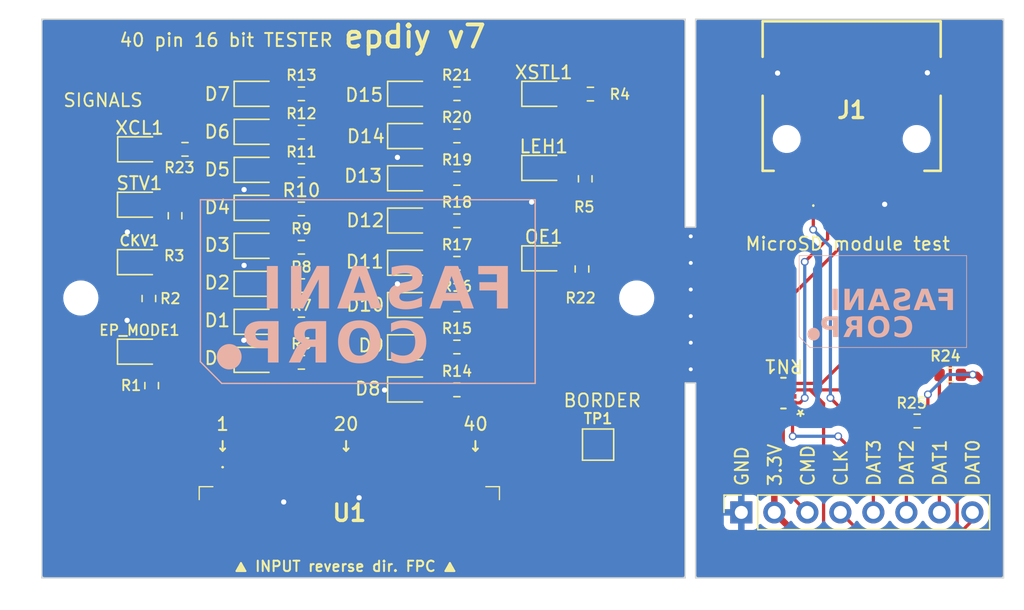
<source format=kicad_pcb>
(kicad_pcb (version 20221018) (generator pcbnew)
  (layers (0 "F.Cu" signal) (31 "B.Cu" signal) (34 "B.Paste" user) (35 "F.Paste" user) (36 "B.SilkS" user "B.Silkscreen") (37 "F.SilkS" user "F.Silkscreen") (38 "B.Mask" user) (39 "F.Mask" user) (44 "Edge.Cuts" user))
  (net 0 "")
  (net 1 "Net-(D1-A)")
  (net 2 "Net-(D2-A)")
  (net 3 "Net-(D3-A)")
  (net 4 "Net-(D4-A)")
  (net 5 "GND")
  (net 6 "Net-(D5-A)")
  (net 7 "Net-(D6-A)")
  (net 8 "/XCL")
  (net 9 "/LEH")
  (net 10 "/EP_OE")
  (net 11 "/XSTL")
  (net 12 "/D0")
  (net 13 "/D1")
  (net 14 "/D2")
  (net 15 "/D3")
  (net 16 "/D4")
  (net 17 "/D5")
  (net 18 "/D6")
  (net 19 "/D7")
  (net 20 "Net-(D7-A)")
  (net 21 "Net-(D8-A)")
  (net 22 "Net-(D9-A)")
  (net 23 "Net-(D10-A)")
  (net 24 "Net-(D11-A)")
  (net 25 "Net-(D12-A)")
  (net 26 "Net-(D13-A)")
  (net 27 "/EP_MODE")
  (net 28 "/EP_STV")
  (net 29 "/CKV")
  (net 30 "Net-(D14-A)")
  (net 32 "Net-(D15-A)")
  (net 33 "/D8")
  (net 34 "/D9")
  (net 35 "/D10")
  (net 36 "/D11")
  (net 37 "/D12")
  (net 38 "/D13")
  (net 39 "/D14")
  (net 40 "/D15")
  (net 41 "Net-(U1-BORDER)")
  (net 45 "Net-(U1-VDD-Pad5)")
  (net 54 "Net-(CKV1-A)")
  (net 55 "Net-(D0-A)")
  (net 56 "Net-(EP_MODE1-A)")
  (net 57 "Net-(LEH1-A)")
  (net 58 "Net-(OE1-A)")
  (net 59 "Net-(STV1-A)")
  (net 60 "Net-(XSTL1-A)")
  (net 61 "Net-(XCL1-A)")
  (net 63 "PIN_D2")
  (net 64 "PIN_D3")
  (net 65 "SD_CMD")
  (net 66 "3.3V")
  (net 67 "SD_CLK")
  (net 68 "PIN_D0")
  (net 69 "PIN_D1")
  (footprint "Resistor_SMD:R_0603_1608Metric" (layer "F.Cu") (at 89.97 78.50714)
    (fp_text reference "R8")
    (fp_text value "2.4k")
  )
  (footprint "Resistor_SMD:R_0603_1608Metric" (layer "F.Cu") (at 89.97 81.458568)
    (fp_text reference "R7")
    (fp_text value "2.4k")
  )
  (footprint "Resistor_SMD:R_0603_1608Metric" (layer "F.Cu") (at 111.56 77.23 -90)
    (fp_text reference "R22")
    (fp_text value "2.4k")
  )
  (footprint "Resistor_SMD:R_0603_1608Metric" (layer "F.Cu") (at 101.935 86.53)
    (fp_text reference "R14")
    (fp_text value "2.4k")
  )
  (footprint "LED_SMD:LED_0805_2012Metric" (layer "F.Cu") (at 86.48 63.75)
    (fp_text reference "D7")
    (fp_text value "LED GREEN" hide)
  )
  (footprint "LED_SMD:LED_0805_2012Metric" (layer "F.Cu") (at 86.48 81.2925)
    (fp_text reference "D1")
    (fp_text value "LED GREEN" hide)
  )
  (footprint "LED_SMD:LED_0805_2012Metric" (layer "F.Cu") (at 77.5075 76.7)
    (fp_text reference "CKV1")
    (fp_text value "LED RED" hide)
  )
  (footprint "LED_SMD:LED_0805_2012Metric" (layer "F.Cu") (at 108.6175 63.75)
    (fp_text reference "XSTL1")
    (fp_text value "LED RED" hide)
  )
  (footprint "TestPoint:TestPoint_Pad_2.0x2.0mm" (layer "F.Cu") (at 112.8 90.74)
    (fp_text reference "TP1")
    (fp_text value "TestPoint")
  )
  (footprint "LED_SMD:LED_0805_2012Metric" (layer "F.Cu") (at 98.29 63.75)
    (fp_text reference "D15")
    (fp_text value "LED GREEN" hide)
  )
  (footprint "LED_SMD:LED_0805_2012Metric" (layer "F.Cu") (at 98.29 76.75)
    (fp_text reference "D11")
    (fp_text value "LED GREEN" hide)
  )
  (footprint "LED_SMD:LED_0805_2012Metric" (layer "F.Cu") (at 98.29 67)
    (fp_text reference "D14")
    (fp_text value "LED GREEN" hide)
  )
  (footprint "Resistor_SMD:R_0603_1608Metric" (layer "F.Cu") (at 137.35 88.925)
    (fp_text reference "R25")
    (fp_text value "33k")
  )
  (footprint "LED_SMD:LED_0805_2012Metric" (layer "F.Cu") (at 98.29 86.5)
    (fp_text reference "D8")
    (fp_text value "LED GREEN" hide)
  )
  (footprint "LED_SMD:LED_0805_2012Metric" (layer "F.Cu") (at 98.29 83.25)
    (fp_text reference "D9")
    (fp_text value "LED GREEN" hide)
  )
  (footprint "LED_SMD:LED_0805_2012Metric" (layer "F.Cu") (at 98.29 70.25)
    (fp_text reference "D13")
    (fp_text value "LED GREEN" hide)
  )
  (footprint "LED_SMD:LED_0805_2012Metric" (layer "F.Cu") (at 86.48 72.52125)
    (fp_text reference "D4")
    (fp_text value "LED GREEN" hide)
  )
  (footprint "Resistor_SMD:R_0603_1608Metric" (layer "F.Cu") (at 89.97 75.555712)
    (fp_text reference "R9")
    (fp_text value "2.4k")
  )
  (footprint "LED_SMD:LED_0805_2012Metric" (layer "F.Cu") (at 108.6175 76.41)
    (fp_text reference "OE1")
    (fp_text value "LED RED" hide)
  )
  (footprint "Resistor_SMD:R_0603_1608Metric" (layer "F.Cu") (at 112.21 63.77)
    (fp_text reference "R4")
    (fp_text value "2.4k")
  )
  (footprint "Resistor_SMD:R_0603_1608Metric" (layer "F.Cu") (at 78.45 86.2 -90)
    (fp_text reference "R1")
    (fp_text value "2.4k")
  )
  (footprint "Resistor_SMD:R_0603_1608Metric" (layer "F.Cu") (at 101.935 66.99)
    (fp_text reference "R20")
    (fp_text value "2.4k")
  )
  (footprint "Resistor_SMD:R_0603_1608Metric" (layer "F.Cu") (at 101.94 63.74)
    (fp_text reference "R21")
    (fp_text value "2.4k")
  )
  (footprint "Resistor_SMD:R_0603_1608Metric" (layer "F.Cu") (at 89.97 66.701428)
    (fp_text reference "R12")
    (fp_text value "2.4k")
  )
  (footprint "Resistor_SMD:R_0603_1608Metric" (layer "F.Cu") (at 101.935 70.26)
    (fp_text reference "R19")
    (fp_text value "2.4k")
  )
  (footprint "LED_SMD:LED_0805_2012Metric" (layer "F.Cu") (at 77.5075 72.28)
    (fp_text reference "STV1")
    (fp_text value "LED RED")
  )
  (footprint "LED_SMD:LED_0805_2012Metric" (layer "F.Cu") (at 98.29 73.5)
    (fp_text reference "D12")
    (fp_text value "LED GREEN" hide)
  )
  (footprint "Resistor_SMD:R_0603_1608Metric" (layer "F.Cu") (at 89.97 69.652856)
    (fp_text reference "R11")
    (fp_text value "2.4k")
  )
  (footprint "SD:XKTF005-SD" (layer "F.Cu") (at 132.31 65 180)
    (fp_text reference "J1")
    (fp_text value "XKTF-005" hide)
  )
  (footprint "Resistor_SMD:R_0603_1608Metric" (layer "F.Cu") (at 101.935 73.52)
    (fp_text reference "R18")
    (fp_text value "2.4k")
  )
  (footprint "Resistor_SMD:R_0603_1608Metric" (layer "F.Cu") (at 89.97 84.41)
    (fp_text reference "R6")
    (fp_text value "2.4k")
  )
  (footprint "MountingHole:MountingHole_2.2mm_M2" (layer "F.Cu") (at 73 79.46)
    (fp_text reference "H1" hide)
    (fp_text value "MountingHole" hide)
  )
  (footprint "Resistor_SMD:R_0603_1608Metric" (layer "F.Cu") (at 80.25 73.13 -90)
    (fp_text reference "R3")
    (fp_text value "2.4k")
  )
  (footprint "Resistor_SMD:R_0603_1608Metric" (layer "F.Cu") (at 81.015 68.02)
    (fp_text reference "R23")
    (fp_text value "2.4k")
  )
  (footprint "LED_SMD:LED_0805_2012Metric" (layer "F.Cu") (at 86.48 69.5975)
    (fp_text reference "D5")
    (fp_text value "LED GREEN" hide)
  )
  (footprint "LED_SMD:LED_0805_2012Metric" (layer "F.Cu") (at 86.48 78.36875)
    (fp_text reference "D2")
    (fp_text value "LED GREEN" hide)
  )
  (footprint "MountingHole:MountingHole_2.2mm_M2" (layer "F.Cu") (at 115.77 79.46)
    (fp_text reference "H2" hide)
    (fp_text value "MountingHole" hide)
  )
  (footprint "LED_SMD:LED_0805_2012Metric" (layer "F.Cu") (at 86.48 84.22)
    (fp_text reference "D0")
    (fp_text value "LED GREEN" hide)
  )
  (footprint "LED_SMD:LED_0805_2012Metric" (layer "F.Cu") (at 86.48 66.67375)
    (fp_text reference "D6")
    (fp_text value "LED GREEN" hide)
  )
  (footprint "LED_SMD:LED_0805_2012Metric" (layer "F.Cu") (at 77.5075 83.59)
    (fp_text reference "EP_MODE1")
    (fp_text value "LED RED" hide)
  )
  (footprint "Resistor_SMD:R_0603_1608Metric" (layer "F.Cu") (at 139.9 85.375 180)
    (fp_text reference "R24")
    (fp_text value "33k")
  )
  (footprint "Resistor_SMD:R_0603_1608Metric" (layer "F.Cu") (at 78.235 79.5 -90)
    (fp_text reference "R2")
    (fp_text value "2.4k")
  )
  (footprint "Resistor_SMD:R_0603_1608Metric" (layer "F.Cu") (at 89.97 72.604284)
    (fp_text reference "R10")
    (fp_text value "2.4k")
  )
  (footprint "LED_SMD:LED_0805_2012Metric" (layer "F.Cu") (at 77.52 68.02)
    (fp_text reference "XCL1")
    (fp_text value "LED RED")
  )
  (footprint "Resistor_SMD:R_0603_1608Metric" (layer "F.Cu") (at 101.935 79.99)
    (fp_text reference "R16")
    (fp_text value "2.4k")
  )
  (footprint "Resistor_SMD:R_0603_1608Metric" (layer "F.Cu") (at 101.935 83.23)
    (fp_text reference "R15")
    (fp_text value "2.4k")
  )
  (footprint "Resistor_SMD:R_0603_1608Metric" (layer "F.Cu") (at 89.97 63.75)
    (fp_text reference "R13")
    (fp_text value "2.4k")
  )
  (footprint "Resistor_SMD:R_0603_1608Metric" (layer "F.Cu") (at 101.935 76.79)
    (fp_text reference "R17")
    (fp_text value "2.4k")
  )
  (footprint "footprints:FH1240S05SH55" (layer "F.Cu") (at 93.66 96)
    (fp_text reference "U1")
    (fp_text value "ED078KH6" hide)
  )
  (footprint "LED_SMD:LED_0805_2012Metric" (layer "F.Cu") (at 98.29 80)
    (fp_text reference "D10")
    (fp_text value "LED GREEN" hide)
  )
  (footprint "Resistor_SMD:R_0603_1608Metric" (layer "F.Cu") (at 111.81 70.29 -90)
    (fp_text reference "R5")
    (fp_text value "2.4k")
  )
  (footprint "LED_SMD:LED_0805_2012Metric" (layer "F.Cu") (at 108.6175 69.45)
    (fp_text reference "LEH1")
    (fp_text value "LED RED" hide)
  )
  (footprint "Connector_PinSocket_2.54mm:PinSocket_1x08_P2.54mm_Vertical" (layer "F.Cu") (at 123.82 95.955 90)
    (fp_text reference "J2" hide)
    (fp_text value "Conn_01x08_Socket")
  )
  (footprint "SD:SMT_F392JTCE_UNR_SD-pullup" (layer "F.Cu") (at 127.0615 86.779811 180)
    (fp_text reference "RN1")
    (fp_text value "R_arr 35K Ω" hide)
  )
  (footprint "LED_SMD:LED_0805_2012Metric" (layer "F.Cu") (at 86.48 75.445)
    (fp_text reference "D3")
    (fp_text value "LED GREEN" hide)
  )
  (gr_poly (pts (xy 105.857556 80.267748) (xy 105.013706 80.267748) (xy 105.013706 78.880322) (xy 103.665734 78.880322) (xy 103.665734 78.242504) (xy 105.013706 78.242504) (xy 105.013706 77.633178) (xy 103.580252 77.633178) (xy 103.580252 76.995361) (xy 105.857556 76.995361)) (fill solid) (layer "B.SilkS"))
  (gr_poly (pts (xy 88.215021 84.425401) (xy 87.392677 84.425401) (xy 87.392677 83.318968) (xy 86.850143 83.318968) (xy 86.777445 83.31795) (xy 86.706733 83.314896) (xy 86.638007 83.309807) (xy 86.571267 83.302681) (xy 86.506512 83.29352) (xy 86.443743 83.282323) (xy 86.38296 83.26909) (xy 86.324163 83.253821) (xy 86.267351 83.236516) (xy 86.212525 83.217176) (xy 86.159686 83.1958) (xy 86.108831 83.172388) (xy 86.059963 83.146941) (xy 86.01308 83.119458) (xy 85.968184 83.089939) (xy 85.925273 83.058385) (xy 85.884664 83.024541) (xy 85.846676 82.988696) (xy 85.811308 82.950848) (xy 85.778559 82.910998) (xy 85.74843 82.869146) (xy 85.720922 82.825292) (xy 85.696033 82.779435) (xy 85.673764 82.731577) (xy 85.654115 82.681715) (xy 85.637085 82.629852) (xy 85.622676 82.575986) (xy 85.610887 82.520118) (xy 85.601717 82.462248) (xy 85.595167 82.402375) (xy 85.591237 82.3405) (xy 85.589928 82.276622) (xy 86.437902 82.276622) (xy 86.43842 82.303454) (xy 86.439971 82.329485) (xy 86.442558 82.354715) (xy 86.446179 82.379145) (xy 86.450835 82.402773) (xy 86.456525 82.425601) (xy 86.46325 82.447628) (xy 86.47101 82.468854) (xy 86.479804 82.489279) (xy 86.489632 82.508903) (xy 86.500496 82.527726) (xy 86.512394 82.545748) (xy 86.525326 82.562969) (xy 86.539294 82.579388) (xy 86.554295 82.595007) (xy 86.570332 82.609825) (xy 86.587036 82.623535) (xy 86.604574 82.636359) (xy 86.622946 82.6483) (xy 86.642153 82.659355) (xy 86.662195 82.669526) (xy 86.68307 82.678813) (xy 86.70478 82.687215) (xy 86.727325 82.694733) (xy 86.750703 82.701366) (xy 86.774917 82.707114) (xy 86.799964 82.711978) (xy 86.825846 82.715958) (xy 86.852562 82.719054) (xy 86.880113 82.721264) (xy 86.908498 82.722591) (xy 86.937717 82.723033) (xy 87.392676 82.723033) (xy 87.392676 81.832335) (xy 86.937717 81.832335) (xy 86.908498 81.832777) (xy 86.880113 81.834104) (xy 86.852562 81.836315) (xy 86.825846 81.83941) (xy 86.799964 81.84339) (xy 86.774917 81.848254) (xy 86.750703 81.854002) (xy 86.727325 81.860635) (xy 86.70478 81.868153) (xy 86.68307 81.876555) (xy 86.662195 81.885842) (xy 86.642153 81.896013) (xy 86.622946 81.907068) (xy 86.604574 81.919009) (xy 86.587036 81.931833) (xy 86.570332 81.945543) (xy 86.554295 81.960103) (xy 86.539294 81.975481) (xy 86.525326 81.991677) (xy 86.512394 82.00869) (xy 86.500496 82.02652) (xy 86.489632 82.045168) (xy 86.479804 82.064633) (xy 86.47101 82.084917) (xy 86.46325 82.106018) (xy 86.456525 82.127936) (xy 86.450835 82.150673) (xy 86.446179 82.174227) (xy 86.442558 82.198599) (xy 86.439971 82.223789) (xy 86.43842 82.249796) (xy 86.437902 82.276622) (xy 85.589928 82.276622) (xy 85.591237 82.212751) (xy 85.595167 82.150898) (xy 85.601717 82.091066) (xy 85.610887 82.033252) (xy 85.622676 81.977458) (xy 85.637085 81.923683) (xy 85.654115 81.871927) (xy 85.673764 81.822191) (xy 85.696033 81.774474) (xy 85.720922 81.728776) (xy 85.74843 81.685098) (xy 85.778559 81.643439) (xy 85.811308 81.603799) (xy 85.846676 81.566179) (xy 85.884664 81.530577) (xy 85.925273 81.496996) (xy 85.967933 81.465441) (xy 86.012613 81.435922) (xy 86.059312 81.408439) (xy 86.108031 81.382992) (xy 86.158768 81.35958) (xy 86.211524 81.338204) (xy 86.2663 81.318864) (xy 86.323095 81.301559) (xy 86.381909 81.286291) (xy 86.442742 81.273058) (xy 86.505594 81.26186) (xy 86.570466 81.252699) (xy 86.637356 81.245574) (xy 86.706266 81.240484) (xy 86.777195 81.23743) (xy 86.850143 81.236412) (xy 88.215021 81.236412)) (fill solid) (layer "B.SilkS"))
  (gr_line (start 82.2 71.9) (end 107.960001 71.9) (stroke (width 0.105833)) (layer "B.SilkS"))
  (gr_poly (pts (xy 140.103778 80.383874) (xy 139.681852 80.383874) (xy 139.681852 79.690161) (xy 139.007866 79.690161) (xy 139.007866 79.371252) (xy 139.681852 79.371252) (xy 139.681852 79.066589) (xy 138.965126 79.066589) (xy 138.965126 78.74768) (xy 140.103778 78.74768)) (fill solid) (layer "B.SilkS"))
  (gr_poly (pts (xy 84.466133 83.003039) (xy 84.514474 83.006809) (xy 84.562112 83.013017) (xy 84.608988 83.021603) (xy 84.655041 83.032505) (xy 84.700211 83.04566) (xy 84.74444 83.061009) (xy 84.787667 83.07849) (xy 84.829832 83.098041) (xy 84.870875 83.119601) (xy 84.910737 83.143109) (xy 84.949358 83.168503) (xy 84.986678 83.195722) (xy 85.022638 83.224705) (xy 85.057177 83.25539) (xy 85.090235 83.287717) (xy 85.121753 83.321623) (xy 85.151671 83.357047) (xy 85.17993 83.393928) (xy 85.206469 83.432205) (xy 85.231228 83.471817) (xy 85.254148 83.512701) (xy 85.27517 83.554797) (xy 85.294232 83.598043) (xy 85.311276 83.642378) (xy 85.326241 83.687741) (xy 85.339068 83.73407) (xy 85.349697 83.781304) (xy 85.358068 83.829381) (xy 85.364121 83.878241) (xy 85.367797 83.927822) (xy 85.369036 83.978062) (xy 85.367797 84.028303) (xy 85.364121 84.077884) (xy 85.358068 84.126743) (xy 85.349696 84.174821) (xy 85.339067 84.222055) (xy 85.32624 84.268384) (xy 85.311275 84.313747) (xy 85.294231 84.358082) (xy 85.275168 84.401328) (xy 85.254147 84.443424) (xy 85.231227 84.484308) (xy 85.206467 84.52392) (xy 85.179928 84.562197) (xy 85.151669 84.599078) (xy 85.121751 84.634502) (xy 85.090232 84.668408) (xy 85.057174 84.700734) (xy 85.022635 84.73142) (xy 84.986675 84.760403) (xy 84.949355 84.787622) (xy 84.910734 84.813016) (xy 84.870871 84.836524) (xy 84.829828 84.858084) (xy 84.787662 84.877635) (xy 84.744435 84.895116) (xy 84.700207 84.910465) (xy 84.655036 84.92362) (xy 84.608982 84.934522) (xy 84.562107 84.943107) (xy 84.514468 84.949316) (xy 84.466127 84.953086) (xy 84.417143 84.954356) (xy 84.368159 84.953086) (xy 84.319818 84.949316) (xy 84.27218 84.943107) (xy 84.225304 84.934522) (xy 84.179251 84.92362) (xy 84.134081 84.910465) (xy 84.089852 84.895116) (xy 84.046625 84.877635) (xy 84.00446 84.858084) (xy 83.963417 84.836524) (xy 83.923555 84.813016) (xy 83.884933 84.787622) (xy 83.847613 84.760403) (xy 83.811654 84.73142) (xy 83.777115 84.700734) (xy 83.744057 84.668408) (xy 83.712539 84.634502) (xy 83.68262 84.599078) (xy 83.654362 84.562197) (xy 83.627823 84.52392) (xy 83.603064 84.484308) (xy 83.580143 84.443424) (xy 83.559122 84.401328) (xy 83.54006 84.358082) (xy 83.523016 84.313747) (xy 83.508051 84.268384) (xy 83.495224 84.222055) (xy 83.484595 84.174821) (xy 83.476224 84.126743) (xy 83.47017 84.077884) (xy 83.466495 84.028303) (xy 83.465256 83.978062) (xy 83.466495 83.927822) (xy 83.470171 83.878241) (xy 83.476225 83.829381) (xy 83.484596 83.781304) (xy 83.495225 83.73407) (xy 83.508052 83.687741) (xy 83.523018 83.642378) (xy 83.540061 83.598043) (xy 83.559124 83.554797) (xy 83.580145 83.512701) (xy 83.603066 83.471817) (xy 83.627825 83.432205) (xy 83.654364 83.393928) (xy 83.682623 83.357047) (xy 83.712541 83.321623) (xy 83.74406 83.287717) (xy 83.777118 83.25539) (xy 83.811657 83.224705) (xy 83.847617 83.195722) (xy 83.884937 83.168503) (xy 83.923558 83.143109) (xy 83.963421 83.119601) (xy 84.004464 83.098041) (xy 84.04663 83.07849) (xy 84.089857 83.061009) (xy 84.134085 83.04566) (xy 84.179256 83.032505) (xy 84.22531 83.021603) (xy 84.272185 83.013017) (xy 84.319824 83.006809) (xy 84.368165 83.003039) (xy 84.417149 83.001768)) (fill solid) (layer "B.SilkS"))
  (gr_poly (pts (xy 136.237701 78.718587) (xy 136.272128 78.720077) (xy 136.305579 78.72256) (xy 136.338054 78.726036) (xy 136.369553 78.730505) (xy 136.400075 78.735968) (xy 136.429622 78.742423) (xy 136.458193 78.749872) (xy 136.485788 78.758314) (xy 136.512407 78.767749) (xy 136.538049 78.778177) (xy 136.562716 78.789599) (xy 136.586406 78.802013) (xy 136.609121 78.81542) (xy 136.630859 78.829821) (xy 136.651622 78.845214) (xy 136.671262 78.861597) (xy 136.689636 78.878964) (xy 136.706743 78.897316) (xy 136.722582 78.916653) (xy 136.737154 78.936974) (xy 136.750459 78.95828) (xy 136.762497 78.980571) (xy 136.773268 79.003846) (xy 136.782771 79.028106) (xy 136.791008 79.053351) (xy 136.797977 79.07958) (xy 136.803679 79.106794) (xy 136.808114 79.134992) (xy 136.811282 79.164175) (xy 136.813183 79.194342) (xy 136.813816 79.225494) (xy 136.81335 79.250743) (xy 136.81195 79.275256) (xy 136.809617 79.299033) (xy 136.806351 79.322073) (xy 136.802151 79.344377) (xy 136.797018 79.365944) (xy 136.790952 79.386775) (xy 136.783953 79.40687) (xy 136.77602 79.426228) (xy 136.767155 79.44485) (xy 136.757356 79.462736) (xy 136.746624 79.479885) (xy 136.734958 79.496298) (xy 136.722359 79.511975) (xy 136.708827 79.526915) (xy 136.694362 79.541119) (xy 136.678985 79.554724) (xy 136.662718 79.567866) (xy 136.64556 79.580546) (xy 136.627512 79.592764) (xy 136.608573 79.604519) (xy 136.588744 79.615812) (xy 136.568024 79.626643) (xy 136.546414 79.637011) (xy 136.523914 79.646917) (xy 136.500523 79.656361) (xy 136.476241 79.665342) (xy 136.45107 79.673861) (xy 136.425008 79.681918) (xy 136.398055 79.689512) (xy 136.370212 79.696644) (xy 136.341478 79.703314) (xy 136.178187 79.739477) (xy 136.161513 79.743219) (xy 136.145464 79.747046) (xy 136.13004 79.750958) (xy 136.115241 79.754957) (xy 136.101067 79.75904) (xy 136.087518 79.76321) (xy 136.074594 79.767465) (xy 136.062295 79.771805) (xy 136.050621 79.776231) (xy 136.039572 79.780743) (xy 136.029147 79.785341) (xy 136.019348 79.790024) (xy 136.010174 79.794792) (xy 136.001625 79.799647) (xy 135.993701 79.804587) (xy 135.986403 79.809613) (xy 135.979502 79.814844) (xy 135.973046 79.820401) (xy 135.967035 79.826283) (xy 135.96147 79.83249) (xy 135.95635 79.839023) (xy 135.951675 79.845881) (xy 135.947446 79.853065) (xy 135.943662 79.860574) (xy 135.940322 79.868408) (xy 135.937429 79.876568) (xy 135.93498 79.885052) (xy 135.932976 79.893862) (xy 135.931418 79.902998) (xy 135.930305 79.912458) (xy 135.929637 79.922244) (xy 135.929415 79.932354) (xy 135.929458 79.936176) (xy 135.929586 79.939973) (xy 135.9298 79.943744) (xy 135.9301 79.947489) (xy 135.930485 79.951209) (xy 135.930956 79.954903) (xy 135.931512 79.958571) (xy 135.932155 79.962214) (xy 135.932882 79.965832) (xy 135.933696 79.969423) (xy 135.934595 79.972989) (xy 135.935579 79.97653) (xy 135.93665 79.980045) (xy 135.937806 79.983534) (xy 135.939047 79.986997) (xy 135.940374 79.990435) (xy 135.941813 79.993869) (xy 135.943388 79.99732) (xy 135.945101 80.000788) (xy 135.94695 80.004273) (xy 135.948937 80.007774) (xy 135.95106 80.011293) (xy 135.95332 80.01483) (xy 135.955718 80.018383) (xy 135.958252 80.021953) (xy 135.960923 80.02554) (xy 135.963731 80.029145) (xy 135.966677 80.032766) (xy 135.969759 80.036405) (xy 135.972978 80.040061) (xy 135.976334 80.043734) (xy 135.979827 80.047424) (xy 135.983513 80.050941) (xy 135.987447 80.054374) (xy 135.99163 80.05772) (xy 135.996061 80.060982) (xy 136.00074 80.064158) (xy 136.005667 80.067248) (xy 136.010843 80.070253) (xy 136.016267 80.073172) (xy 136.021939 80.076006) (xy 136.027859 80.078755) (xy 136.034028 80.081418) (xy 136.040445 80.083996) (xy 136.04711 80.086488) (xy 136.054024 80.088894) (xy 136.061186 80.091215) (xy 136.068596 80.093451) (xy 136.083819 80.097304) (xy 136.099898 80.100644) (xy 136.116834 80.10347) (xy 136.134625 80.105783) (xy 136.153273 80.107581) (xy 136.172777 80.108866) (xy 136.193137 80.109636) (xy 136.214353 80.109893) (xy 136.247975 80.109238) (xy 136.281991 80.107274) (xy 136.316401 80.103999) (xy 136.351204 80.099414) (xy 136.386402 80.093519) (xy 136.421993 80.086315) (xy 136.457979 80.0778) (xy 136.494358 80.067975) (xy 136.531131 80.056841) (xy 136.568297 80.044396) (xy 136.605858 80.030641) (xy 136.643813 80.015577) (xy 136.682161 79.999202) (xy 136.720903 79.981517) (xy 136.760039 79.962522) (xy 136.799569 79.942218) (xy 136.799569 80.298388) (xy 136.760138 80.312588) (xy 136.720749 80.325871) (xy 136.681404 80.338239) (xy 136.6421 80.34969) (xy 136.60284 80.360225) (xy 136.563623 80.369844) (xy 136.524448 80.378547) (xy 136.485316 80.386334) (xy 136.446227 80.393204) (xy 136.407181 80.399159) (xy 136.368178 80.404197) (xy 136.329217 80.40832) (xy 136.2903 80.411526) (xy 136.251425 80.413816) (xy 136.212593 80.415191) (xy 136.173803 80.415649) (xy 136.134667 80.415152) (xy 136.096713 80.413662) (xy 136.05994 80.411179) (xy 136.024348 80.407703) (xy 135.989938 80.403234) (xy 135.95671 80.397771) (xy 135.924663 80.391316) (xy 135.893798 80.383867) (xy 135.864114 80.375425) (xy 135.835612 80.36599) (xy 135.808291 80.355562) (xy 135.782152 80.344141) (xy 135.757194 80.331727) (xy 135.733418 80.318319) (xy 135.710823 80.303919) (xy 135.68941 80.288525) (xy 135.669238 80.272036) (xy 135.650368 80.254347) (xy 135.632799 80.23546) (xy 135.616532 80.215374) (xy 135.601566 80.19409) (xy 135.587901 80.171607) (xy 135.575538 80.147925) (xy 135.564476 80.123044) (xy 135.554715 80.096965) (xy 135.546256 80.069687) (xy 135.539099 80.04121) (xy 135.533242 80.011535) (xy 135.528688 79.980661) (xy 135.525434 79.948588) (xy 135.523482 79.915317) (xy 135.522831 79.880847) (xy 135.523302 79.854807) (xy 135.524715 79.829563) (xy 135.527069 79.805115) (xy 135.530366 79.781464) (xy 135.534604 79.758609) (xy 135.539784 79.73655) (xy 135.545905 79.715287) (xy 135.552969 79.69482) (xy 135.560974 79.675149) (xy 135.569921 79.656275) (xy 135.57981 79.638197) (xy 135.590641 79.620915) (xy 135.602413 79.604428) (xy 135.615128 79.588739) (xy 135.628784 79.573845) (xy 135.643382 79.559747) (xy 135.658874 79.546139) (xy 135.675489 79.532985) (xy 135.693225 79.520284) (xy 135.712082 79.508037) (xy 135.732061 79.496243) (xy 135.753161 79.484904) (xy 135.775384 79.474018) (xy 135.798727 79.463585) (xy 135.823193 79.453607) (xy 135.84878 79.444082) (xy 135.875488 79.43501) (xy 135.903318 79.426393) (xy 135.93227 79.418229) (xy 135.962343 79.410519) (xy 135.993538 79.403262) (xy 136.025855 79.39646) (xy 136.205584 79.360296) (xy 136.220388 79.357107) (xy 136.23466 79.353841) (xy 136.248402 79.350498) (xy 136.261613 79.347078) (xy 136.274293 79.343581) (xy 136.286442 79.340007) (xy 136.29806 79.336356) (xy 136.309148 79.332627) (xy 136.319704 79.328822) (xy 136.32973 79.32494) (xy 136.339225 79.32098) (xy 136.348189 79.316943) (xy 136.356623 79.312829) (xy 136.364525 79.308638) (xy 136.371897 79.30437) (xy 136.378738 79.300024) (xy 136.385108 79.295375) (xy 136.391067 79.290469) (xy 136.396615 79.285307) (xy 136.401752 79.279887) (xy 136.406478 79.274211) (xy 136.410794 79.268277) (xy 136.414698 79.262087) (xy 136.418191 79.25564) (xy 136.421273 79.248936) (xy 136.423945 79.241975) (xy 136.426205 79.234758) (xy 136.428054 79.227283) (xy 136.429493 79.219552) (xy 136.43052 79.211564) (xy 136.431136 79.203319) (xy 136.431342 79.194818) (xy 136.431077 79.184693) (xy 136.43028 79.174868) (xy 136.428953 79.165343) (xy 136.428091 79.160693) (xy 136.427095 79.156117) (xy 136.425967 79.151617) (xy 136.424707 79.147191) (xy 136.423313 79.142841) (xy 136.421787 79.138565) (xy 136.420128 79.134364) (xy 136.418337 79.130239) (xy 136.416412 79.126188) (xy 136.414355 79.122212) (xy 136.412166 79.118311) (xy 136.409843 79.114485) (xy 136.407388 79.110734) (xy 136.4048 79.107057) (xy 136.40208 79.103456) (xy 136.399227 79.09993) (xy 136.396241 79.096478) (xy 136.393122 79.093102) (xy 136.389871 79.0898) (xy 136.386487 79.086573) (xy 136.38297 79.083421) (xy 136.37932 79.080344) (xy 136.371623 79.074416) (xy 136.363395 79.068786) (xy 136.354542 79.063345) (xy 136.34497 79.058255) (xy 136.334679 79.053516) (xy 136.323668 79.049128) (xy 136.311939 79.045091) (xy 136.29949 79.041405) (xy 136.286322 79.03807) (xy 136.272435 79.035086) (xy 136.257828 79.032453) (xy 136.242503 79.030171) (xy 136.226458 79.02824) (xy 136.209694 79.026661) (xy 136.192211 79.025432) (xy 136.174008 79.024554) (xy 136.135446 79.023852) (xy 136.106117 79.024327) (xy 136.076489 79.025753) (xy 136.046562 79.028128) (xy 136.016334 79.031455) (xy 135.985807 79.035731) (xy 135.95498 79.040958) (xy 135.923854 79.047135) (xy 135.892428 79.054262) (xy 135.860702 79.06234) (xy 135.828676 79.071368) (xy 135.796351 79.081347) (xy 135.763726 79.092276) (xy 135.730802 79.104155) (xy 135.697578 79.116985) (xy 135.664054 79.130765) (xy 135.63023 79.145495) (xy 135.63023 78.799188) (xy 135.704855 78.780181) (xy 135.77859 78.763708) (xy 135.851433 78.749769) (xy 135.923387 78.738365) (xy 135.99445 78.729495) (xy 136.064622 78.723159) (xy 136.133904 78.719358) (xy 136.202296 78.71809) (xy 136.202298 78.71809)) (fill solid) (layer "B.SilkS"))
  (gr_line (start 83.843691 86.03214) (end 82.2 84.369041) (stroke (width 0.105833)) (layer "B.SilkS"))
  (gr_poly (pts (xy 96.156439 80.267748) (xy 95.308203 80.267748) (xy 95.09998 79.671569) (xy 93.780503 79.671569) (xy 93.574471 80.267748) (xy 92.726235 80.267748) (xy 93.17194 79.064428) (xy 93.993109 79.064428) (xy 94.889565 79.064428) (xy 94.440241 77.762487) (xy 93.993109 79.064428) (xy 93.17194 79.064428) (xy 93.938314 76.995361) (xy 94.944361 76.995361)) (fill solid) (layer "B.SilkS"))
  (gr_line (start 107.960001 71.9) (end 107.960001 86.03214) (stroke (width 0.105833)) (layer "B.SilkS"))
  (gr_poly (pts (xy 103.240485 80.267748) (xy 102.392249 80.267748) (xy 102.184026 79.671569) (xy 100.864548 79.671569) (xy 100.658516 80.267748) (xy 99.81028 80.267748) (xy 100.255985 79.064428) (xy 101.077155 79.064428) (xy 101.97361 79.064428) (xy 101.524286 77.762487) (xy 101.077155 79.064428) (xy 100.255985 79.064428) (xy 101.022359 76.995361) (xy 102.028406 76.995361)) (fill solid) (layer "B.SilkS"))
  (gr_poly (pts (xy 129.408066 81.751519) (xy 129.432237 81.753404) (xy 129.456056 81.756509) (xy 129.479493 81.760802) (xy 129.50252 81.766252) (xy 129.525105 81.77283) (xy 129.547219 81.780505) (xy 129.568833 81.789245) (xy 129.589915 81.79902) (xy 129.610437 81.8098) (xy 129.630368 81.821554) (xy 129.649679 81.834251) (xy 129.668339 81.847861) (xy 129.686318 81.862353) (xy 129.703588 81.877695) (xy 129.720117 81.893858) (xy 129.735876 81.910811) (xy 129.750835 81.928523) (xy 129.764964 81.946964) (xy 129.778234 81.966103) (xy 129.790614 81.985908) (xy 129.802074 82.00635) (xy 129.812584 82.027398) (xy 129.822116 82.049021) (xy 129.830637 82.071189) (xy 129.83812 82.09387) (xy 129.844534 82.117035) (xy 129.849848 82.140652) (xy 129.854034 82.164691) (xy 129.85706 82.189121) (xy 129.858898 82.213911) (xy 129.859517 82.239031) (xy 129.858898 82.264151) (xy 129.85706 82.288942) (xy 129.854033 82.313372) (xy 129.849848 82.337411) (xy 129.844533 82.361028) (xy 129.83812 82.384192) (xy 129.830637 82.406873) (xy 129.822115 82.429041) (xy 129.812584 82.450664) (xy 129.802073 82.471712) (xy 129.790613 82.492154) (xy 129.778233 82.51196) (xy 129.764963 82.531098) (xy 129.750834 82.549539) (xy 129.735875 82.567251) (xy 129.720116 82.584204) (xy 129.703586 82.600367) (xy 129.686317 82.61571) (xy 129.668337 82.630201) (xy 129.649677 82.643811) (xy 129.630366 82.656508) (xy 129.610435 82.668262) (xy 129.589913 82.679042) (xy 129.568831 82.688818) (xy 129.547217 82.697558) (xy 129.525103 82.705232) (xy 129.502517 82.71181) (xy 129.479491 82.717261) (xy 129.456053 82.721554) (xy 129.432234 82.724658) (xy 129.408063 82.726543) (xy 129.383571 82.727178) (xy 129.359079 82.726543) (xy 129.334908 82.724658) (xy 129.311089 82.721554) (xy 129.287652 82.717261) (xy 129.264625 82.71181) (xy 129.24204 82.705232) (xy 129.219925 82.697558) (xy 129.198312 82.688818) (xy 129.17723 82.679042) (xy 129.156708 82.668262) (xy 129.136777 82.656508) (xy 129.117466 82.643811) (xy 129.098806 82.630201) (xy 129.080827 82.61571) (xy 129.063557 82.600367) (xy 129.047028 82.584204) (xy 129.031269 82.567251) (xy 129.01631 82.549539) (xy 129.00218 82.531098) (xy 128.988911 82.51196) (xy 128.976531 82.492154) (xy 128.965071 82.471712) (xy 128.954561 82.450664) (xy 128.945029 82.429041) (xy 128.936507 82.406873) (xy 128.929025 82.384192) (xy 128.922611 82.361028) (xy 128.917297 82.337411) (xy 128.913111 82.313372) (xy 128.910085 82.288942) (xy 128.908247 82.264151) (xy 128.907627 82.239031) (xy 128.907628 82.239031) (xy 128.908247 82.213911) (xy 128.910085 82.189121) (xy 128.913112 82.164691) (xy 128.917297 82.140652) (xy 128.922612 82.117035) (xy 128.929026 82.09387) (xy 128.936508 82.071189) (xy 128.94503 82.049021) (xy 128.954561 82.027398) (xy 128.965072 82.00635) (xy 128.976532 81.985908) (xy 128.988912 81.966103) (xy 129.002182 81.946964) (xy 129.016311 81.928523) (xy 129.03127 81.910811) (xy 129.047029 81.893858) (xy 129.063559 81.877695) (xy 129.080828 81.862353) (xy 129.098808 81.847861) (xy 129.117468 81.834251) (xy 129.136779 81.821554) (xy 129.15671 81.8098) (xy 129.177232 81.79902) (xy 129.198314 81.789245) (xy 129.219928 81.780505) (xy 129.242042 81.77283) (xy 129.264628 81.766252) (xy 129.287654 81.760802) (xy 129.311092 81.756509) (xy 129.334911 81.753404) (xy 129.359082 81.751519) (xy 129.383574 81.750884)) (fill solid) (layer "B.SilkS"))
  (gr_line (start 128.275 76.2) (end 141.155 76.2) (stroke (width 0.052916)) (layer "B.SilkS"))
  (gr_poly (pts (xy 88.158406 80.267748) (xy 87.314553 80.267748) (xy 87.314553 76.995361) (xy 88.158406 76.995361)) (fill solid) (layer "B.SilkS"))
  (gr_poly (pts (xy 131.28251 82.462701) (xy 130.871338 82.462701) (xy 130.871338 81.909484) (xy 130.600071 81.909484) (xy 130.563722 81.908975) (xy 130.528366 81.907448) (xy 130.494003 81.904903) (xy 130.460633 81.901341) (xy 130.428255 81.89676) (xy 130.396871 81.891161) (xy 130.366479 81.884545) (xy 130.337081 81.87691) (xy 130.308675 81.868258) (xy 130.281262 81.858588) (xy 130.254842 81.8479) (xy 130.229415 81.836194) (xy 130.204981 81.82347) (xy 130.18154 81.809729) (xy 130.159091 81.79497) (xy 130.137636 81.779192) (xy 130.117332 81.762271) (xy 130.098338 81.744348) (xy 130.080653 81.725424) (xy 130.064279 81.705499) (xy 130.049215 81.684573) (xy 130.03546 81.662646) (xy 130.023016 81.639718) (xy 130.011881 81.615788) (xy 130.002057 81.590858) (xy 129.993542 81.564926) (xy 129.986338 81.537993) (xy 129.980443 81.510059) (xy 129.975858 81.481124) (xy 129.972583 81.451187) (xy 129.970618 81.42025) (xy 129.969963 81.388311) (xy 130.393951 81.388311) (xy 130.394209 81.401727) (xy 130.394985 81.414743) (xy 130.396278 81.427358) (xy 130.398089 81.439572) (xy 130.400417 81.451387) (xy 130.403262 81.462801) (xy 130.406625 81.473814) (xy 130.410504 81.484427) (xy 130.414901 81.494639) (xy 130.419816 81.504451) (xy 130.425247 81.513863) (xy 130.431196 81.522874) (xy 130.437663 81.531484) (xy 130.444646 81.539694) (xy 130.452147 81.547504) (xy 130.460165 81.554913) (xy 130.468517 81.561767) (xy 130.477286 81.56818) (xy 130.486473 81.57415) (xy 130.496076 81.579678) (xy 130.506097 81.584763) (xy 130.516535 81.589407) (xy 130.52739 81.593608) (xy 130.538662 81.597366) (xy 130.550351 81.600683) (xy 130.562458 81.603557) (xy 130.574982 81.605989) (xy 130.587922 81.607979) (xy 130.601281 81.609527) (xy 130.615056 81.610632) (xy 130.629248 81.611295) (xy 130.643858 81.611517) (xy 130.871338 81.611517) (xy 130.871338 81.166167) (xy 130.643858 81.166167) (xy 130.629248 81.166389) (xy 130.615056 81.167052) (xy 130.601281 81.168157) (xy 130.587922 81.169705) (xy 130.574982 81.171695) (xy 130.562458 81.174127) (xy 130.550351 81.177001) (xy 130.538662 81.180318) (xy 130.52739 81.184076) (xy 130.516535 81.188277) (xy 130.506097 81.192921) (xy 130.496076 81.198006) (xy 130.486473 81.203534) (xy 130.477286 81.209504) (xy 130.468517 81.215917) (xy 130.460165 81.222771) (xy 130.452147 81.230052) (xy 130.444646 81.237741) (xy 130.437663 81.245838) (xy 130.431196 81.254345) (xy 130.425247 81.26326) (xy 130.419816 81.272584) (xy 130.414901 81.282317) (xy 130.410504 81.292458) (xy 130.406625 81.303009) (xy 130.403262 81.313968) (xy 130.400417 81.325336) (xy 130.398089 81.337113) (xy 130.396278 81.349299) (xy 130.394985 81.361894) (xy 130.394209 81.374898) (xy 130.393951 81.388311) (xy 129.969963 81.388311) (xy 129.970618 81.356375) (xy 129.972583 81.325449) (xy 129.975858 81.295533) (xy 129.980443 81.266626) (xy 129.986338 81.238729) (xy 129.993542 81.211841) (xy 130.002057 81.185964) (xy 130.011881 81.161095) (xy 130.023016 81.137237) (xy 130.03546 81.114388) (xy 130.049215 81.092549) (xy 130.064279 81.071719) (xy 130.080653 81.051899) (xy 130.098338 81.033089) (xy 130.117332 81.015289) (xy 130.137636 80.998498) (xy 130.158966 80.982721) (xy 130.181306 80.967961) (xy 130.204656 80.95422) (xy 130.229015 80.941496) (xy 130.254383 80.92979) (xy 130.280762 80.919102) (xy 130.30815 80.909432) (xy 130.336547 80.90078) (xy 130.365954 80.893145) (xy 130.396371 80.886529) (xy 130.427797 80.88093) (xy 130.460232 80.87635) (xy 130.493678 80.872787) (xy 130.528133 80.870242) (xy 130.563597 80.868715) (xy 130.600071 80.868206) (xy 131.28251 80.868206)) (fill solid) (layer "B.SilkS"))
  (gr_poly (pts (xy 94.529137 81.180456) (xy 94.621133 81.185588) (xy 94.71056 81.19414) (xy 94.797417 81.206113) (xy 94.881704 81.221507) (xy 94.963421 81.240322) (xy 95.042568 81.262558) (xy 95.119146 81.288214) (xy 95.193153 81.317291) (xy 95.264591 81.349789) (xy 95.333459 81.385708) (xy 95.399757 81.425047) (xy 95.463486 81.467808) (xy 95.524644 81.513989) (xy 95.583233 81.56359) (xy 95.639252 81.616612) (xy 95.692017 81.672431) (xy 95.741378 81.730953) (xy 95.787334 81.792177) (xy 95.829886 81.856105) (xy 95.869035 81.922737) (xy 95.904779 81.992071) (xy 95.937118 82.064109) (xy 95.966054 82.13885) (xy 95.991585 82.216295) (xy 96.013713 82.296443) (xy 96.032436 82.379295) (xy 96.047755 82.464849) (xy 96.059669 82.553108) (xy 96.06818 82.64407) (xy 96.073286 82.737736) (xy 96.074988 82.834105) (xy 96.073286 82.930474) (xy 96.06818 83.02414) (xy 96.059669 83.115102) (xy 96.047755 83.20336) (xy 96.032436 83.288915) (xy 96.013713 83.371767) (xy 95.991585 83.451915) (xy 95.966054 83.529359) (xy 95.937118 83.604101) (xy 95.904779 83.676139) (xy 95.869035 83.745473) (xy 95.829886 83.812104) (xy 95.787334 83.876032) (xy 95.741378 83.937257) (xy 95.692017 83.995779) (xy 95.639252 84.051598) (xy 95.583233 84.104362) (xy 95.524644 84.153723) (xy 95.463486 84.199679) (xy 95.399757 84.242231) (xy 95.333459 84.281379) (xy 95.264591 84.317122) (xy 95.193153 84.349462) (xy 95.119146 84.378397) (xy 95.042568 84.403927) (xy 94.963421 84.426054) (xy 94.881704 84.444777) (xy 94.797417 84.460095) (xy 94.71056 84.472009) (xy 94.621133 84.480519) (xy 94.529137 84.485626) (xy 94.434571 84.487328) (xy 94.340013 84.485626) (xy 94.248041 84.480519) (xy 94.158656 84.472009) (xy 94.071858 84.460095) (xy 93.987646 84.444777) (xy 93.906021 84.426054) (xy 93.826982 84.403927) (xy 93.75053 84.378397) (xy 93.676664 84.349462) (xy 93.605385 84.317122) (xy 93.536692 84.281379) (xy 93.470585 84.242231) (xy 93.407066 84.199679) (xy 93.346132 84.153723) (xy 93.287786 84.104362) (xy 93.232025 84.051598) (xy 93.179002 83.995779) (xy 93.129399 83.937257) (xy 93.083217 83.876032) (xy 93.040456 83.812104) (xy 93.001116 83.745473) (xy 92.965197 83.676139) (xy 92.932699 83.604101) (xy 92.903621 83.529359) (xy 92.877965 83.451915) (xy 92.855729 83.371767) (xy 92.836914 83.288915) (xy 92.82152 83.20336) (xy 92.809547 83.115102) (xy 92.800995 83.02414) (xy 92.795863 82.930474) (xy 92.794153 82.834105) (xy 92.794153 82.834093) (xy 93.64213 82.834093) (xy 93.642864 82.89163) (xy 93.645067 82.947833) (xy 93.648738 83.002701) (xy 93.653877 83.056235) (xy 93.660485 83.108433) (xy 93.668562 83.159297) (xy 93.678107 83.208825) (xy 93.689121 83.257018) (xy 93.689119 83.257005) (xy 93.695177 83.280333) (xy 93.701601 83.303328) (xy 93.708393 83.325988) (xy 93.715552 83.348315) (xy 93.723078 83.370309) (xy 93.730971 83.391969) (xy 93.739231 83.413295) (xy 93.747858 83.434288) (xy 93.756853 83.454947) (xy 93.766214 83.475273) (xy 93.775943 83.495265) (xy 93.786038 83.514923) (xy 93.796501 83.534248) (xy 93.807331 83.553239) (xy 93.818528 83.571897) (xy 93.830092 83.590221) (xy 93.842073 83.60786) (xy 93.854522 83.624998) (xy 93.867438 83.641636) (xy 93.880821 83.657773) (xy 93.894671 83.673409) (xy 93.908989 83.688545) (xy 93.923774 83.70318) (xy 93.939026 83.717314) (xy 93.954745 83.730948) (xy 93.970932 83.744081) (xy 93.987585 83.756713) (xy 94.004706 83.768845) (xy 94.022295 83.780476) (xy 94.04035 83.791606) (xy 94.058873 83.802235) (xy 94.077863 83.812364) (xy 94.097278 83.821934) (xy 94.117077 83.830886) (xy 94.137261 83.839221) (xy 94.157827 83.846939) (xy 94.178778 83.854039) (xy 94.200113 83.860522) (xy 94.221831 83.866387) (xy 94.243933 83.871635) (xy 94.266419 83.876266) (xy 94.289289 83.880279) (xy 94.312543 83.883675) (xy 94.33618 83.886453) (xy 94.360201 83.888614) (xy 94.384606 83.890158) (xy 94.409395 83.891084) (xy 94.434567 83.891393) (xy 94.483194 83.890266) (xy 94.530285 83.886887) (xy 94.575841 83.881255) (xy 94.619862 83.87337) (xy 94.662348 83.863233) (xy 94.703298 83.850843) (xy 94.723198 83.843803) (xy 94.742713 83.8362) (xy 94.761845 83.828033) (xy 94.780593 83.819304) (xy 94.798958 83.810011) (xy 94.816938 83.800155) (xy 94.834535 83.789736) (xy 94.851748 83.778754) (xy 94.868577 83.767209) (xy 94.885022 83.7551) (xy 94.901083 83.742428) (xy 94.916761 83.729193) (xy 94.932055 83.715395) (xy 94.946965 83.701033) (xy 94.961491 83.686109) (xy 94.975633 83.670621) (xy 95.002767 83.637956) (xy 95.028365 83.603038) (xy 95.052161 83.566243) (xy 95.074422 83.527946) (xy 95.095147 83.488147) (xy 95.114337 83.446847) (xy 95.131992 83.404044) (xy 95.148112 83.35974) (xy 95.162697 83.313934) (xy 95.175746 83.266626) (xy 95.187261 83.217816) (xy 95.19724 83.167504) (xy 95.205683 83.115691) (xy 95.212592 83.062375) (xy 95.217965 83.007557) (xy 95.221803 82.951238) (xy 95.224106 82.893416) (xy 95.224874 82.834093) (xy 95.223605 82.756867) (xy 95.219801 82.682177) (xy 95.216947 82.645783) (xy 95.21346 82.610023) (xy 95.209338 82.574896) (xy 95.204582 82.540404) (xy 95.199192 82.506545) (xy 95.193168 82.473321) (xy 95.18651 82.44073) (xy 95.179218 82.408774) (xy 95.171291 82.377452) (xy 95.162731 82.346764) (xy 95.153536 82.31671) (xy 95.143707 82.287291) (xy 95.133178 82.258556) (xy 95.121881 82.230555) (xy 95.109816 82.203288) (xy 95.096984 82.176755) (xy 95.083384 82.150956) (xy 95.069016 82.125892) (xy 95.053881 82.101562) (xy 95.037978 82.077966) (xy 95.021307 82.055105) (xy 95.003869 82.032978) (xy 94.985664 82.011585) (xy 94.96669 81.990926) (xy 94.946949 81.971002) (xy 94.926441 81.951812) (xy 94.905165 81.933357) (xy 94.883121 81.915636) (xy 94.860093 81.898565) (xy 94.836397 81.882595) (xy 94.812034 81.867726) (xy 94.787003 81.853959) (xy 94.761305 81.841293) (xy 94.734939 81.829728) (xy 94.707906 81.819265) (xy 94.680205 81.809903) (xy 94.651837 81.801642) (xy 94.622801 81.794483) (xy 94.593098 81.788425) (xy 94.562727 81.783468) (xy 94.531689 81.779613) (xy 94.499983 81.77686) (xy 94.46761 81.775207) (xy 94.434569 81.774657) (xy 94.409396 81.774965) (xy 94.384608 81.775891) (xy 94.360203 81.777435) (xy 94.336182 81.779596) (xy 94.312544 81.782374) (xy 94.289291 81.78577) (xy 94.266421 81.789783) (xy 94.243935 81.794414) (xy 94.221833 81.799662) (xy 94.200114 81.805527) (xy 94.17878 81.81201) (xy 94.157829 81.81911) (xy 94.137262 81.826828) (xy 94.117079 81.835163) (xy 94.09728 81.844115) (xy 94.077864 81.853685) (xy 94.058874 81.863824) (xy 94.040352 81.874481) (xy 94.022296 81.885654) (xy 94.004708 81.897344) (xy 93.987587 81.909552) (xy 93.970933 81.922276) (xy 93.954747 81.935518) (xy 93.939027 81.949277) (xy 93.923775 81.963553) (xy 93.90899 81.978346) (xy 93.894673 81.993656) (xy 93.880822 82.009483) (xy 93.867439 82.025828) (xy 93.854523 82.042689) (xy 93.842075 82.060069) (xy 93.830094 82.077965) (xy 93.81853 82.096036) (xy 93.807333 82.114474) (xy 93.796503 82.133279) (xy 93.78604 82.152452) (xy 93.775944 82.171992) (xy 93.766216 82.191899) (xy 93.756854 82.212174) (xy 93.74786 82.232816) (xy 93.739233 82.253825) (xy 93.730972 82.275201) (xy 93.715553 82.319055) (xy 93.701603 82.364377) (xy 93.689121 82.411168) (xy 93.678107 82.459361) (xy 93.668562 82.508889) (xy 93.660485 82.559752) (xy 93.653877 82.611951) (xy 93.648738 82.665484) (xy 93.645067 82.720352) (xy 93.642864 82.776555) (xy 93.64213 82.834093) (xy 92.794153 82.834093) (xy 92.795855 82.737478) (xy 92.800961 82.643572) (xy 92.809472 82.552385) (xy 92.821387 82.463918) (xy 92.836705 82.378172) (xy 92.855428 82.295145) (xy 92.877556 82.214838) (xy 92.903087 82.137251) (xy 92.932023 82.062384) (xy 92.964362 81.990238) (xy 93.000106 81.920811) (xy 93.039255 81.854104) (xy 93.081807 81.790117) (xy 93.127763 81.72885) (xy 93.177124 81.670303) (xy 93.229889 81.614476) (xy 93.285658 81.561711) (xy 93.34403 81.512351) (xy 93.405005 81.466394) (xy 93.468583 81.423842) (xy 93.534764 81.384695) (xy 93.603549 81.348951) (xy 93.674937 81.316612) (xy 93.748928 81.287677) (xy 93.825522 81.262146) (xy 93.904719 81.240019) (xy 93.98652 81.221297) (xy 94.070924 81.205979) (xy 94.157931 81.194064) (xy 94.247541 81.185554) (xy 94.339754 81.180448) (xy 94.434571 81.178746)) (fill solid) (layer "B.SilkS"))
  (gr_line (start 107.960001 86.03214) (end 83.843691 86.03214) (stroke (width 0.105833)) (layer "B.SilkS"))
  (gr_poly (pts (xy 91.878012 84.425389) (xy 91.055667 84.425389) (xy 91.055667 83.218565) (xy 90.822848 83.218565) (xy 90.797033 83.218941) (xy 90.771918 83.220067) (xy 90.747505 83.221945) (xy 90.723792 83.224573) (xy 90.700781 83.227953) (xy 90.67847 83.232083) (xy 90.65686 83.236964) (xy 90.635951 83.242596) (xy 90.615743 83.248979) (xy 90.596235 83.256113) (xy 90.577429 83.263998) (xy 90.559323 83.272634) (xy 90.541919 83.28202) (xy 90.525215 83.292157) (xy 90.509212 83.303045) (xy 90.49391 83.314684) (xy 90.478741 83.326941) (xy 90.463672 83.340216) (xy 90.448704 83.35451) (xy 90.433836 83.369821) (xy 90.419067 83.38615) (xy 90.404399 83.403497) (xy 90.389831 83.421862) (xy 90.375364 83.441245) (xy 90.360996 83.461645) (xy 90.346728 83.483063) (xy 90.332561 83.505499) (xy 90.318494 83.528953) (xy 90.304527 83.553424) (xy 90.29066 83.578914) (xy 90.276893 83.605421) (xy 90.263226 83.632945) (xy 89.874481 84.425389) (xy 88.998738 84.425389) (xy 89.445153 83.519737) (xy 89.476258 83.459362) (xy 89.50763 83.402124) (xy 89.539269 83.348024) (xy 89.555188 83.32215) (xy 89.571175 83.297061) (xy 89.587228 83.272756) (xy 89.603347 83.249236) (xy 89.619534 83.2265) (xy 89.635787 83.204548) (xy 89.652107 83.183381) (xy 89.668494 83.162997) (xy 89.684948 83.143398) (xy 89.701468 83.124583) (xy 89.717972 83.10657) (xy 89.734909 83.089373) (xy 89.752281 83.072995) (xy 89.770086 83.057434) (xy 89.788325 83.042691) (xy 89.806998 83.028765) (xy 89.826105 83.015658) (xy 89.845645 83.003368) (xy 89.86562 82.991895) (xy 89.886028 82.98124) (xy 89.906871 82.971403) (xy 89.928147 82.962384) (xy 89.949857 82.954182) (xy 89.972 82.946798) (xy 89.994578 82.940232) (xy 90.01759 82.934483) (xy 89.943357 82.908759) (xy 89.873913 82.879648) (xy 89.809259 82.84715) (xy 89.749394 82.811264) (xy 89.721257 82.792051) (xy 89.694317 82.771992) (xy 89.668575 82.751085) (xy 89.644031 82.729331) (xy 89.620683 82.706731) (xy 89.598533 82.683284) (xy 89.57758 82.65899) (xy 89.557825 82.633849) (xy 89.539266 82.607861) (xy 89.521905 82.581026) (xy 89.505742 82.553345) (xy 89.490776 82.524816) (xy 89.477006 82.495441) (xy 89.464435 82.465219) (xy 89.45306 82.434149) (xy 89.442883 82.402234) (xy 89.426121 82.335861) (xy 89.414148 82.266101) (xy 89.411404 82.238158) (xy 90.226913 82.238158) (xy 90.227338 82.264157) (xy 90.228615 82.289289) (xy 90.230743 82.313552) (xy 90.233721 82.336948) (xy 90.237551 82.359476) (xy 90.242232 82.381136) (xy 90.247764 82.401928) (xy 90.254146 82.421852) (xy 90.26138 82.440909) (xy 90.269465 82.459098) (xy 90.278401 82.476419) (xy 90.288188 82.492872) (xy 90.298826 82.508458) (xy 90.310316 82.523177) (xy 90.322656 82.537027) (xy 90.335847 82.550011) (xy 90.349823 82.562168) (xy 90.36505 82.573541) (xy 90.381528 82.584129) (xy 90.399258 82.593933) (xy 90.41824 82.602953) (xy 90.438473 82.611188) (xy 90.459958 82.618639) (xy 90.482695 82.625305) (xy 90.506682 82.631187) (xy 90.531922 82.636285) (xy 90.558413 82.640598) (xy 90.586155 82.644127) (xy 90.615149 82.646872) (xy 90.645394 82.648833) (xy 90.676891 82.650009) (xy 90.70964 82.650401) (xy 91.055666 82.650401) (xy 91.055666 81.832335) (xy 90.70964 81.832335) (xy 90.679178 81.832694) (xy 90.649733 81.83377) (xy 90.621307 81.835564) (xy 90.593898 81.838075) (xy 90.567507 81.841304) (xy 90.542134 81.845251) (xy 90.51778 81.849915) (xy 90.494442 81.855296) (xy 90.472123 81.861395) (xy 90.450822 81.868212) (xy 90.430539 81.875746) (xy 90.411273 81.883998) (xy 90.393026 81.892967) (xy 90.375796 81.902654) (xy 90.359585 81.913059) (xy 90.344391 81.924181) (xy 90.330165 81.935919) (xy 90.316857 81.948709) (xy 90.304467 81.962551) (xy 90.292995 81.977444) (xy 90.28244 81.993388) (xy 90.272803 82.010384) (xy 90.264084 82.028431) (xy 90.256283 82.04753) (xy 90.2494 82.06768) (xy 90.243434 82.088881) (xy 90.238386 82.111134) (xy 90.234256 82.134438) (xy 90.231044 82.158794) (xy 90.228749 82.184201) (xy 90.227373 82.21066) (xy 90.226914 82.23817) (xy 90.226913 82.238158) (xy 89.411404 82.238158) (xy 89.406964 82.192953) (xy 89.404569 82.116417) (xy 89.40457 82.116405) (xy 89.404804 82.090715) (xy 89.405505 82.065443) (xy 89.406673 82.040588) (xy 89.408308 82.01615) (xy 89.410411 81.992129) (xy 89.412981 81.968525) (xy 89.416018 81.945339) (xy 89.419522 81.922569) (xy 89.423493 81.900217) (xy 89.427932 81.878282) (xy 89.432838 81.856764) (xy 89.438212 81.835663) (xy 89.444052 81.814979) (xy 89.45036 81.794712) (xy 89.457135 81.774863) (xy 89.464377 81.755431) (xy 89.471895 81.736083) (xy 89.48003 81.717019) (xy 89.488782 81.698239) (xy 89.498152 81.679742) (xy 89.508139 81.661528) (xy 89.518744 81.643598) (xy 89.529966 81.625952) (xy 89.541806 81.608589) (xy 89.554263 81.59151) (xy 89.567337 81.574714) (xy 89.581029 81.558202) (xy 89.595338 81.541973) (xy 89.610265 81.526028) (xy 89.625809 81.510366) (xy 89.641971 81.494988) (xy 89.65875 81.479893) (xy 89.676246 81.465166) (xy 89.69456 81.45089) (xy 89.713692 81.437064) (xy 89.733641 81.423689) (xy 89.754409 81.410765) (xy 89.775993 81.398291) (xy 89.798396 81.386268) (xy 89.821616 81.374696) (xy 89.845654 81.363575) (xy 89.87051 81.352904) (xy 89.896183 81.342683) (xy 89.922674 81.332914) (xy 89.949982 81.323594) (xy 89.978109 81.314725) (xy 90.007053 81.306307) (xy 90.036814 81.298338) (xy 90.098757 81.28382) (xy 90.163904 81.271239) (xy 90.232255 81.260593) (xy 90.30381 81.251883) (xy 90.378568 81.245109) (xy 90.456531 81.24027) (xy 90.537697 81.237367) (xy 90.622067 81.2364) (xy 91.878012 81.2364)) (fill solid) (layer "B.SilkS"))
  (gr_line (start 141.155 83.26607) (end 129.096845 83.26607) (stroke (width 0.052916)) (layer "B.SilkS"))
  (gr_poly (pts (xy 133.114005 82.462695) (xy 132.702833 82.462695) (xy 132.702833 81.859283) (xy 132.586423 81.859283) (xy 132.573516 81.85947) (xy 132.560959 81.860034) (xy 132.548752 81.860972) (xy 132.536896 81.862287) (xy 132.52539 81.863976) (xy 132.514234 81.866042) (xy 132.50343 81.868482) (xy 132.492975 81.871298) (xy 132.482871 81.87449) (xy 132.473117 81.878057) (xy 132.463714 81.881999) (xy 132.454661 81.886317) (xy 132.445959 81.89101) (xy 132.437607 81.896079) (xy 132.429605 81.901522) (xy 132.421954 81.907342) (xy 132.41437 81.913471) (xy 132.406836 81.920108) (xy 132.399351 81.927255) (xy 132.391917 81.93491) (xy 132.384533 81.943075) (xy 132.377199 81.951749) (xy 132.369915 81.960931) (xy 132.362681 81.970622) (xy 132.355497 81.980822) (xy 132.348364 81.991532) (xy 132.34128 82.00275) (xy 132.334246 82.014476) (xy 132.327263 82.026712) (xy 132.320329 82.039457) (xy 132.313446 82.05271) (xy 132.306612 82.066473) (xy 132.11224 82.462695) (xy 131.674369 82.462695) (xy 131.897576 82.009869) (xy 131.913129 81.979681) (xy 131.928815 81.951062) (xy 131.944634 81.924012) (xy 131.952594 81.911075) (xy 131.960587 81.898531) (xy 131.968613 81.886378) (xy 131.976673 81.874618) (xy 131.984767 81.86325) (xy 131.992893 81.852274) (xy 132.001053 81.84169) (xy 132.009247 81.831499) (xy 132.017473 81.821699) (xy 132.025734 81.812292) (xy 132.033985 81.803285) (xy 132.042454 81.794687) (xy 132.05114 81.786497) (xy 132.060042 81.778717) (xy 132.069162 81.771345) (xy 132.078498 81.764383) (xy 132.088052 81.757829) (xy 132.097822 81.751684) (xy 132.107809 81.745948) (xy 132.118014 81.74062) (xy 132.128435 81.735702) (xy 132.139073 81.731192) (xy 132.149928 81.727091) (xy 132.161 81.723399) (xy 132.172289 81.720116) (xy 132.183794 81.717242) (xy 132.146678 81.70438) (xy 132.111956 81.689824) (xy 132.079629 81.673575) (xy 132.049696 81.655632) (xy 132.035628 81.646026) (xy 132.022158 81.635996) (xy 132.009287 81.625542) (xy 131.997015 81.614666) (xy 131.985341 81.603365) (xy 131.974266 81.591642) (xy 131.96379 81.579495) (xy 131.953912 81.566924) (xy 131.944633 81.55393) (xy 131.935952 81.540513) (xy 131.92787 81.526672) (xy 131.920387 81.512408) (xy 131.913503 81.49772) (xy 131.907217 81.482609) (xy 131.90153 81.467075) (xy 131.896441 81.451117) (xy 131.88806 81.41793) (xy 131.882073 81.38305) (xy 131.880701 81.369079) (xy 132.288456 81.369079) (xy 132.288669 81.382079) (xy 132.289307 81.394644) (xy 132.290371 81.406776) (xy 132.29186 81.418474) (xy 132.293775 81.429738) (xy 132.296115 81.440568) (xy 132.298881 81.450964) (xy 132.302073 81.460926) (xy 132.30569 81.470454) (xy 132.309732 81.479549) (xy 132.3142 81.488209) (xy 132.319094 81.496436) (xy 132.324413 81.504229) (xy 132.330157 81.511588) (xy 132.336327 81.518514) (xy 132.342923 81.525005) (xy 132.349911 81.531084) (xy 132.357524 81.53677) (xy 132.365764 81.542065) (xy 132.374629 81.546967) (xy 132.38412 81.551476) (xy 132.394236 81.555594) (xy 132.404979 81.559319) (xy 132.416347 81.562653) (xy 132.428341 81.565594) (xy 132.44096 81.568142) (xy 132.454206 81.570299) (xy 132.468077 81.572064) (xy 132.482574 81.573436) (xy 132.497697 81.574416) (xy 132.513445 81.575005) (xy 132.529819 81.575201) (xy 132.702832 81.575201) (xy 132.702832 81.166167) (xy 132.529819 81.166167) (xy 132.514588 81.166347) (xy 132.499866 81.166885) (xy 132.485653 81.167782) (xy 132.471949 81.169038) (xy 132.458753 81.170652) (xy 132.446067 81.172625) (xy 132.433889 81.174957) (xy 132.422221 81.177648) (xy 132.411061 81.180698) (xy 132.400411 81.184106) (xy 132.390269 81.187873) (xy 132.380636 81.191999) (xy 132.371513 81.196484) (xy 132.362898 81.201327) (xy 132.354792 81.206529) (xy 132.347195 81.21209) (xy 132.340082 81.21796) (xy 132.333428 81.224355) (xy 132.327233 81.231275) (xy 132.321497 81.238722) (xy 132.31622 81.246694) (xy 132.311401 81.255192) (xy 132.307042 81.264215) (xy 132.303141 81.273765) (xy 132.299699 81.28384) (xy 132.296717 81.294441) (xy 132.294193 81.305567) (xy 132.292128 81.317219) (xy 132.290521 81.329397) (xy 132.289374 81.342101) (xy 132.288686 81.35533) (xy 132.288456 81.369085) (xy 132.288456 81.369079) (xy 131.880701 81.369079) (xy 131.878482 81.346476) (xy 131.877284 81.308208) (xy 131.877285 81.308202) (xy 131.877401 81.295358) (xy 131.877752 81.282722) (xy 131.878336 81.270294) (xy 131.879154 81.258075) (xy 131.880205 81.246065) (xy 131.88149 81.234263) (xy 131.883008 81.222669) (xy 131.88476 81.211285) (xy 131.886746 81.200108) (xy 131.888966 81.189141) (xy 131.891419 81.178382) (xy 131.894105 81.167831) (xy 131.897026 81.15749) (xy 131.900179 81.147356) (xy 131.903567 81.137431) (xy 131.907188 81.127715) (xy 131.910947 81.118042) (xy 131.915014 81.10851) (xy 131.919391 81.099119) (xy 131.924076 81.089871) (xy 131.929069 81.080764) (xy 131.934372 81.071799) (xy 131.939983 81.062976) (xy 131.945902 81.054295) (xy 131.952131 81.045755) (xy 131.958668 81.037357) (xy 131.965514 81.029101) (xy 131.972669 81.020987) (xy 131.980132 81.013014) (xy 131.987904 81.005183) (xy 131.995985 80.997494) (xy 132.004374 80.989947) (xy 132.013123 80.982583) (xy 132.02228 80.975445) (xy 132.031845 80.968532) (xy 132.04182 80.961844) (xy 132.052204 80.955382) (xy 132.062996 80.949146) (xy 132.074197 80.943134) (xy 132.085808 80.937348) (xy 132.097827 80.931787) (xy 132.110254 80.926452) (xy 132.123091 80.921342) (xy 132.136336 80.916457) (xy 132.149991 80.911797) (xy 132.164054 80.907363) (xy 132.178526 80.903153) (xy 132.193407 80.899169) (xy 132.224378 80.89191) (xy 132.256952 80.885619) (xy 132.291127 80.880296) (xy 132.326904 80.875941) (xy 132.364284 80.872554) (xy 132.403265 80.870135) (xy 132.443848 80.868684) (xy 132.486033 80.8682) (xy 133.114005 80.8682)) (fill solid) (layer "B.SilkS"))
  (gr_poly (pts (xy 138.795242 80.383874) (xy 138.371124 80.383874) (xy 138.267012 80.085785) (xy 137.607273 80.085785) (xy 137.504258 80.383874) (xy 137.08014 80.383874) (xy 137.302992 79.782214) (xy 137.713577 79.782214) (xy 138.161805 79.782214) (xy 137.937143 79.131244) (xy 137.713577 79.782214) (xy 137.302992 79.782214) (xy 137.686179 78.74768) (xy 138.189202 78.74768)) (fill solid) (layer "B.SilkS"))
  (gr_poly (pts (xy 131.254202 80.383874) (xy 130.832276 80.383874) (xy 130.832276 78.74768) (xy 131.254202 78.74768)) (fill solid) (layer "B.SilkS"))
  (gr_line (start 141.155 76.2) (end 141.155 83.26607) (stroke (width 0.052916)) (layer "B.SilkS"))
  (gr_poly (pts (xy 89.971078 79.239794) (xy 91.161238 76.995361) (xy 92.103723 76.995361) (xy 92.103723 80.267748) (xy 91.303707 80.267748) (xy 91.303707 78.023315) (xy 90.113547 80.267748) (xy 89.171063 80.267748) (xy 89.171063 76.995361) (xy 89.971078 76.995361)) (fill solid) (layer "B.SilkS"))
  (gr_poly (pts (xy 132.160538 79.869897) (xy 132.755619 78.74768) (xy 133.226861 78.74768) (xy 133.226861 80.383874) (xy 132.826853 80.383874) (xy 132.826853 79.261657) (xy 132.231773 80.383874) (xy 131.760531 80.383874) (xy 131.760531 78.74768) (xy 132.160538 78.74768)) (fill solid) (layer "B.SilkS"))
  (gr_line (start 128.275 82.434521) (end 128.275 76.2) (stroke (width 0.052916)) (layer "B.SilkS"))
  (gr_poly (pts (xy 135.253219 80.383874) (xy 134.829101 80.383874) (xy 134.72499 80.085785) (xy 134.065251 80.085785) (xy 133.962235 80.383874) (xy 133.538117 80.383874) (xy 133.760969 79.782214) (xy 134.171554 79.782214) (xy 134.619782 79.782214) (xy 134.39512 79.131244) (xy 134.171554 79.782214) (xy 133.760969 79.782214) (xy 134.144156 78.74768) (xy 134.64718 78.74768)) (fill solid) (layer "B.SilkS"))
  (gr_poly (pts (xy 98.125402 76.937174) (xy 98.194256 76.940154) (xy 98.261158 76.94512) (xy 98.326108 76.952072) (xy 98.389106 76.961011) (xy 98.450152 76.971936) (xy 98.509246 76.984847) (xy 98.566387 76.999744) (xy 98.621577 77.016628) (xy 98.674814 77.035498) (xy 98.726099 77.056355) (xy 98.775433 77.079197) (xy 98.822814 77.104026) (xy 98.868243 77.130841) (xy 98.911719 77.159642) (xy 98.953244 77.190429) (xy 98.992526 77.223194) (xy 99.029273 77.257928) (xy 99.063486 77.294632) (xy 99.095165 77.333306) (xy 99.124309 77.373948) (xy 99.150919 77.416561) (xy 99.174995 77.461142) (xy 99.196536 77.507693) (xy 99.215544 77.556213) (xy 99.232017 77.606702) (xy 99.245955 77.65916) (xy 99.25736 77.713588) (xy 99.26623 77.769984) (xy 99.272565 77.82835) (xy 99.276367 77.888684) (xy 99.277634 77.950988) (xy 99.276701 78.001487) (xy 99.273901 78.050513) (xy 99.269235 78.098066) (xy 99.262702 78.144146) (xy 99.254303 78.188754) (xy 99.244038 78.231888) (xy 99.231905 78.27355) (xy 99.217907 78.31374) (xy 99.202042 78.352456) (xy 99.184311 78.3897) (xy 99.164713 78.425471) (xy 99.143248 78.45977) (xy 99.119917 78.492596) (xy 99.09472 78.523949) (xy 99.067656 78.55383) (xy 99.038726 78.582238) (xy 99.007971 78.609447) (xy 98.975437 78.635732) (xy 98.941121 78.661092) (xy 98.905024 78.685528) (xy 98.867147 78.709039) (xy 98.827488 78.731625) (xy 98.786049 78.753286) (xy 98.742829 78.774023) (xy 98.697828 78.793835) (xy 98.651047 78.812722) (xy 98.602484 78.830685) (xy 98.55214 78.847723) (xy 98.500016 78.863836) (xy 98.446111 78.879025) (xy 98.390425 78.893288) (xy 98.332958 78.906628) (xy 98.006375 78.978954) (xy 97.973027 78.986437) (xy 97.940929 78.994091) (xy 97.910081 79.001917) (xy 97.880483 79.009913) (xy 97.852134 79.018081) (xy 97.825036 79.026419) (xy 97.799188 79.034929) (xy 97.77459 79.04361) (xy 97.751242 79.052463) (xy 97.729144 79.061486) (xy 97.708296 79.070681) (xy 97.688698 79.080047) (xy 97.67035 79.089585) (xy 97.653252 79.099294) (xy 97.637404 79.109174) (xy 97.622806 79.119225) (xy 97.609004 79.129688) (xy 97.596093 79.140801) (xy 97.584072 79.152566) (xy 97.572942 79.164981) (xy 97.562702 79.178046) (xy 97.553352 79.191763) (xy 97.544893 79.20613) (xy 97.537324 79.221148) (xy 97.530646 79.236816) (xy 97.524858 79.253135) (xy 97.519961 79.270105) (xy 97.515954 79.287725) (xy 97.512837 79.305995) (xy 97.510611 79.324916) (xy 97.509276 79.344487) (xy 97.50883 79.364709) (xy 97.508916 79.372353) (xy 97.509173 79.379946) (xy 97.509601 79.387488) (xy 97.5102 79.394978) (xy 97.510971 79.402418) (xy 97.511913 79.409806) (xy 97.513026 79.417143) (xy 97.51431 79.424429) (xy 97.515766 79.431663) (xy 97.517392 79.438846) (xy 97.519191 79.445979) (xy 97.52116 79.453059) (xy 97.5233 79.460089) (xy 97.525612 79.467068) (xy 97.528095 79.473995) (xy 97.53075 79.480871) (xy 97.533627 79.487738) (xy 97.536778 79.49464) (xy 97.540202 79.501575) (xy 97.543901 79.508545) (xy 97.547874 79.515549) (xy 97.552121 79.522587) (xy 97.556641 79.529659) (xy 97.561436 79.536765) (xy 97.566505 79.543906) (xy 97.571847 79.55108) (xy 97.577464 79.558289) (xy 97.583354 79.565532) (xy 97.589519 79.57281) (xy 97.595957 79.580122) (xy 97.60267 79.587468) (xy 97.609656 79.594848) (xy 97.617028 79.601883) (xy 97.624896 79.608747) (xy 97.633261 79.615441) (xy 97.642122 79.621963) (xy 97.65148 79.628315) (xy 97.661335 79.634496) (xy 97.671686 79.640506) (xy 97.682534 79.646345) (xy 97.693878 79.652013) (xy 97.705719 79.65751) (xy 97.718057 79.662836) (xy 97.730891 79.667991) (xy 97.744222 79.672975) (xy 97.758049 79.677788) (xy 97.772373 79.68243) (xy 97.787194 79.686901) (xy 97.81764 79.694609) (xy 97.849798 79.701289) (xy 97.883669 79.706941) (xy 97.919251 79.711565) (xy 97.956547 79.715162) (xy 97.995554 79.717731) (xy 98.036274 79.719273) (xy 98.078707 79.719787) (xy 98.145951 79.718477) (xy 98.213983 79.714547) (xy 98.282802 79.707997) (xy 98.35241 79.698828) (xy 98.422805 79.687038) (xy 98.493988 79.672629) (xy 98.565958 79.6556) (xy 98.638716 79.63595) (xy 98.712262 79.613681) (xy 98.786596 79.588792) (xy 98.861717 79.561283) (xy 98.937626 79.531153) (xy 99.014323 79.498404) (xy 99.091808 79.463034) (xy 99.17008 79.425045) (xy 99.24914 79.384435) (xy 99.24914 80.096777) (xy 99.170277 80.125176) (xy 99.0915 80.151743) (xy 99.012808 80.176477) (xy 98.934202 80.19938) (xy 98.855682 80.22045) (xy 98.777247 80.239688) (xy 98.698898 80.257094) (xy 98.620634 80.272667) (xy 98.542456 80.286409) (xy 98.464364 80.298318) (xy 98.386357 80.308395) (xy 98.308436 80.31664) (xy 98.2306 80.323052) (xy 98.15285 80.327633) (xy 98.075186 80.330381) (xy 97.997608 80.331297) (xy 97.919335 80.330304) (xy 97.843426 80.327325) (xy 97.76988 80.322359) (xy 97.698697 80.315406) (xy 97.629877 80.306468) (xy 97.563421 80.295543) (xy 97.499327 80.282632) (xy 97.437596 80.267734) (xy 97.378229 80.25085) (xy 97.321224 80.23198) (xy 97.266583 80.211124) (xy 97.214304 80.188282) (xy 97.164389 80.163453) (xy 97.116837 80.136638) (xy 97.071647 80.107837) (xy 97.028821 80.07705) (xy 96.988478 80.044071) (xy 96.950737 80.008694) (xy 96.915599 79.97092) (xy 96.883064 79.930749) (xy 96.853132 79.88818) (xy 96.825803 79.843214) (xy 96.801077 79.79585) (xy 96.778953 79.746088) (xy 96.759432 79.69393) (xy 96.742514 79.639374) (xy 96.728198 79.58242) (xy 96.716486 79.52307) (xy 96.707376 79.461322) (xy 96.700869 79.397176) (xy 96.696965 79.330633) (xy 96.695664 79.261694) (xy 96.696605 79.209614) (xy 96.699431 79.159126) (xy 96.70414 79.110231) (xy 96.710732 79.062928) (xy 96.719209 79.017217) (xy 96.729568 78.973099) (xy 96.741812 78.930573) (xy 96.755939 78.88964) (xy 96.771949 78.850299) (xy 96.789844 78.81255) (xy 96.809621 78.776393) (xy 96.831283 78.741829) (xy 96.854828 78.708857) (xy 96.880257 78.677477) (xy 96.907569 78.647689) (xy 96.936765 78.619494) (xy 96.96775 78.592278) (xy 97.000978 78.565969) (xy 97.03645 78.540568) (xy 97.074165 78.516074) (xy 97.114123 78.492487) (xy 97.156324 78.469808) (xy 97.200768 78.448035) (xy 97.247456 78.427171) (xy 97.296387 78.407213) (xy 97.34756 78.388163) (xy 97.400978 78.37002) (xy 97.456638 78.352785) (xy 97.514541 78.336458) (xy 97.574688 78.321037) (xy 97.637078 78.306524) (xy 97.701711 78.292919) (xy 98.06117 78.220592) (xy 98.090776 78.214214) (xy 98.119321 78.207682) (xy 98.146805 78.200996) (xy 98.173226 78.194156) (xy 98.198586 78.187162) (xy 98.222885 78.180014) (xy 98.246121 78.172712) (xy 98.268296 78.165255) (xy 98.28941 78.157644) (xy 98.309461 78.149879) (xy 98.328451 78.14196) (xy 98.34638 78.133886) (xy 98.363247 78.125658) (xy 98.379052 78.117276) (xy 98.393795 78.108739) (xy 98.407477 78.100048) (xy 98.420217 78.09075) (xy 98.432135 78.080939) (xy 98.443231 78.070613) (xy 98.453505 78.059774) (xy 98.462958 78.048421) (xy 98.471588 78.036555) (xy 98.479396 78.024174) (xy 98.486383 78.01128) (xy 98.492547 77.997872) (xy 98.49789 77.983951) (xy 98.502411 77.969516) (xy 98.506109 77.954567) (xy 98.508986 77.939104) (xy 98.511041 77.923128) (xy 98.512274 77.906639) (xy 98.512685 77.889635) (xy 98.512154 77.869386) (xy 98.510562 77.849736) (xy 98.507907 77.830686) (xy 98.506182 77.821385) (xy 98.504192 77.812234) (xy 98.501936 77.803234) (xy 98.499414 77.794383) (xy 98.496627 77.785682) (xy 98.493575 77.77713) (xy 98.490257 77.768729) (xy 98.486674 77.760477) (xy 98.482826 77.752376) (xy 98.478712 77.744424) (xy 98.474332 77.736622) (xy 98.469688 77.728969) (xy 98.464777 77.721467) (xy 98.459602 77.714115) (xy 98.454161 77.706912) (xy 98.448454 77.699859) (xy 98.442482 77.692956) (xy 98.436245 77.686203) (xy 98.429742 77.6796) (xy 98.422974 77.673146) (xy 98.415941 77.666843) (xy 98.408642 77.660689) (xy 98.393248 77.648831) (xy 98.376792 77.637572) (xy 98.359086 77.62669) (xy 98.339941 77.61651) (xy 98.319359 77.607031) (xy 98.297338 77.598255) (xy 98.273878 77.590181) (xy 98.248981 77.582809) (xy 98.222645 77.576139) (xy 98.19487 77.570171) (xy 98.165657 77.564906) (xy 98.135006 77.560342) (xy 98.102917 77.556481) (xy 98.069389 77.553321) (xy 98.034422 77.550864) (xy 97.998017 77.549109) (xy 97.920893 77.547704) (xy 97.862236 77.548655) (xy 97.80298 77.551505) (xy 97.743124 77.556257) (xy 97.682669 77.562909) (xy 97.621615 77.571462) (xy 97.559961 77.581915) (xy 97.497709 77.594269) (xy 97.434856 77.608524) (xy 97.371405 77.62468) (xy 97.307354 77.642736) (xy 97.242703 77.662693) (xy 97.177454 77.684551) (xy 97.111605 77.70831) (xy 97.045156 77.733969) (xy 96.978109 77.761529) (xy 96.910462 77.79099) (xy 96.910462 77.098376) (xy 97.059711 77.060361) (xy 97.20718 77.027415) (xy 97.352868 76.999538) (xy 97.496775 76.97673) (xy 97.638901 76.95899) (xy 97.779246 76.946318) (xy 97.91781 76.938715) (xy 98.054593 76.936181) (xy 98.054596 76.936181)) (fill solid) (layer "B.SilkS"))
  (gr_poly (pts (xy 97.950985 81.180482) (xy 98.047395 81.185688) (xy 98.141152 81.194365) (xy 98.232256 81.206514) (xy 98.320706 81.222133) (xy 98.406504 81.241223) (xy 98.489648 81.263784) (xy 98.570138 81.289816) (xy 98.647976 81.319319) (xy 98.72316 81.352293) (xy 98.795691 81.388737) (xy 98.865568 81.428652) (xy 98.932793 81.472038) (xy 98.997364 81.518895) (xy 99.059281 81.569223) (xy 99.118546 81.623021) (xy 99.174415 81.679815) (xy 99.226679 81.739128) (xy 99.275339 81.800962) (xy 99.320394 81.865315) (xy 99.361845 81.932188) (xy 99.399692 82.001582) (xy 99.433934 82.073495) (xy 99.464572 82.147928) (xy 99.491605 82.224881) (xy 99.515034 82.304353) (xy 99.534858 82.386346) (xy 99.551078 82.470858) (xy 99.563694 82.55789) (xy 99.572705 82.647442) (xy 99.578111 82.739514) (xy 99.579914 82.834105) (xy 99.578103 82.928696) (xy 99.572671 83.020768) (xy 99.563618 83.11032) (xy 99.550945 83.197352) (xy 99.53465 83.281864) (xy 99.514733 83.363856) (xy 99.491196 83.443329) (xy 99.464038 83.520282) (xy 99.433258 83.594715) (xy 99.398858 83.666628) (xy 99.360836 83.736021) (xy 99.319193 83.802895) (xy 99.273929 83.867248) (xy 99.225044 83.929082) (xy 99.172538 83.988395) (xy 99.116411 84.045189) (xy 99.057155 84.09873) (xy 98.995262 84.148816) (xy 98.930732 84.195448) (xy 98.863566 84.238626) (xy 98.793764 84.27835) (xy 98.721325 84.314619) (xy 98.646249 84.347434) (xy 98.568537 84.376794) (xy 98.488188 84.402701) (xy 98.405203 84.425153) (xy 98.319581 84.444151) (xy 98.231322 84.459694) (xy 98.140427 84.471784) (xy 98.046896 84.480419) (xy 97.950727 84.485601) (xy 97.851923 84.487328) (xy 97.786 84.486401) (xy 97.720662 84.483623) (xy 97.655907 84.478992) (xy 97.591737 84.47251) (xy 97.52815 84.464174) (xy 97.465148 84.453987) (xy 97.402729 84.441947) (xy 97.340895 84.428055) (xy 97.279645 84.41231) (xy 97.218978 84.394713) (xy 97.158896 84.375264) (xy 97.099398 84.353962) (xy 97.040484 84.330808) (xy 96.982154 84.305801) (xy 96.924408 84.278942) (xy 96.867246 84.25023) (xy 96.867246 83.590221) (xy 96.922397 83.626691) (xy 96.977849 83.660808) (xy 97.033601 83.692572) (xy 97.089653 83.721983) (xy 97.146006 83.749042) (xy 97.202659 83.773747) (xy 97.259612 83.7961) (xy 97.316866 83.8161) (xy 97.37442 83.833746) (xy 97.432275 83.84904) (xy 97.490429 83.861981) (xy 97.548884 83.872569) (xy 97.60764 83.880804) (xy 97.666696 83.886687) (xy 97.726052 83.890216) (xy 97.785709 83.891393) (xy 97.785706 83.891417) (xy 97.84099 83.890307) (xy 97.894706 83.886978) (xy 97.946854 83.88143) (xy 97.997433 83.873662) (xy 98.046443 83.863675) (xy 98.093885 83.851469) (xy 98.139758 83.837043) (xy 98.184062 83.820398) (xy 98.226798 83.801533) (xy 98.267965 83.780449) (xy 98.307564 83.757146) (xy 98.345594 83.731623) (xy 98.382055 83.70388) (xy 98.416948 83.673918) (xy 98.450273 83.641736) (xy 98.482028 83.607335) (xy 98.512032 83.571023) (xy 98.5401 83.533109) (xy 98.566232 83.493593) (xy 98.590428 83.452476) (xy 98.612689 83.409756) (xy 98.633014 83.365435) (xy 98.651403 83.319512) (xy 98.667857 83.271986) (xy 98.682374 83.222859) (xy 98.694956 83.17213) (xy 98.705603 83.1198) (xy 98.714314 83.065867) (xy 98.721088 83.010332) (xy 98.725928 82.953196) (xy 98.728831 82.894457) (xy 98.729799 82.834117) (xy 98.728831 82.773777) (xy 98.725928 82.715038) (xy 98.721088 82.657902) (xy 98.714314 82.602367) (xy 98.705603 82.548435) (xy 98.694956 82.496104) (xy 98.682374 82.445375) (xy 98.667857 82.396248) (xy 98.651403 82.348723) (xy 98.633014 82.302799) (xy 98.612689 82.258478) (xy 98.590428 82.215759) (xy 98.566232 82.174641) (xy 98.5401 82.135125) (xy 98.512032 82.097211) (xy 98.482028 82.060899) (xy 98.450273 82.026241) (xy 98.416948 81.993818) (xy 98.382055 81.963631) (xy 98.345594 81.935681) (xy 98.307564 81.909966) (xy 98.267965 81.886487) (xy 98.226798 81.865244) (xy 98.184062 81.846237) (xy 98.139758 81.829466) (xy 98.093885 81.814932) (xy 98.046443 81.802633) (xy 97.997433 81.79257) (xy 97.946854 81.784744) (xy 97.894706 81.779153) (xy 97.84099 81.775799) (xy 97.785706 81.774681) (xy 97.72655 81.775858) (xy 97.667628 81.779387) (xy 97.608939 81.785269) (xy 97.550484 81.793504) (xy 97.492262 81.804092) (xy 97.434275 81.817033) (xy 97.37652 81.832327) (xy 97.319 81.849974) (xy 97.261713 81.869974) (xy 97.204659 81.892326) (xy 97.147839 81.917032) (xy 97.091253 81.94409) (xy 97.0349 81.973502) (xy 96.978781 82.005266) (xy 96.922896 82.039383) (xy 96.867244 82.075853) (xy 96.867244 81.415843) (xy 96.924406 81.387132) (xy 96.982152 81.360272) (xy 97.040482 81.335266) (xy 97.099396 81.312111) (xy 97.158895 81.29081) (xy 97.218977 81.27136) (xy 97.279643 81.253763) (xy 97.340893 81.238019) (xy 97.402728 81.224127) (xy 97.465146 81.212087) (xy 97.528149 81.201899) (xy 97.591735 81.193564) (xy 97.655906 81.187081) (xy 97.72066 81.182451) (xy 97.785999 81.179672) (xy 97.851921 81.178746)) (fill solid) (layer "B.SilkS"))
  (gr_poly (pts (xy 136.150492 80.840241) (xy 136.198697 80.842844) (xy 136.245576 80.847183) (xy 136.291127 80.853257) (xy 136.335353 80.861067) (xy 136.378251 80.870612) (xy 136.419823 80.881892) (xy 136.460069 80.894908) (xy 136.498987 80.90966) (xy 136.536579 80.926146) (xy 136.572845 80.944369) (xy 136.607784 80.964326) (xy 136.641396 80.986019) (xy 136.673681 81.009448) (xy 136.70464 81.034611) (xy 136.734272 81.06151) (xy 136.762207 81.089907) (xy 136.788339 81.119564) (xy 136.812669 81.150481) (xy 136.835197 81.182658) (xy 136.855922 81.216094) (xy 136.874845 81.250791) (xy 136.891967 81.286747) (xy 136.907285 81.323964) (xy 136.920802 81.36244) (xy 136.932516 81.402177) (xy 136.942429 81.443173) (xy 136.950539 81.485429) (xy 136.956846 81.528945) (xy 136.961352 81.573721) (xy 136.964055 81.619757) (xy 136.964956 81.667052) (xy 136.964051 81.714348) (xy 136.961335 81.760384) (xy 136.956809 81.80516) (xy 136.950472 81.848676) (xy 136.942324 81.890932) (xy 136.932366 81.931928) (xy 136.920598 81.971665) (xy 136.907018 82.010141) (xy 136.891629 82.047357) (xy 136.874428 82.083314) (xy 136.855417 82.118011) (xy 136.834596 82.151447) (xy 136.811964 82.183624) (xy 136.787522 82.214541) (xy 136.761269 82.244198) (xy 136.733205 82.272594) (xy 136.703577 82.299365) (xy 136.67263 82.324408) (xy 136.640366 82.347724) (xy 136.606783 82.369313) (xy 136.571881 82.389175) (xy 136.535662 82.407309) (xy 136.498124 82.423717) (xy 136.459268 82.438397) (xy 136.419093 82.45135) (xy 136.377601 82.462576) (xy 136.33479 82.472075) (xy 136.290661 82.479847) (xy 136.245213 82.485892) (xy 136.198447 82.49021) (xy 136.150363 82.4928) (xy 136.100961 82.493664) (xy 136.068 82.493201) (xy 136.03533 82.491812) (xy 136.002953 82.489496) (xy 135.970868 82.486255) (xy 135.939075 82.482087) (xy 135.907573 82.476993) (xy 135.876364 82.470974) (xy 135.845447 82.464027) (xy 135.814822 82.456155) (xy 135.784489 82.447357) (xy 135.754448 82.437632) (xy 135.724698 82.426981) (xy 135.695241 82.415404) (xy 135.666076 82.402901) (xy 135.637203 82.389471) (xy 135.608622 82.375115) (xy 135.608622 82.04511) (xy 135.636198 82.063345) (xy 135.663924 82.080404) (xy 135.6918 82.096286) (xy 135.719826 82.110992) (xy 135.748002 82.124521) (xy 135.776329 82.136874) (xy 135.804806 82.14805) (xy 135.833432 82.15805) (xy 135.86221 82.166873) (xy 135.891137 82.17452) (xy 135.920214 82.180991) (xy 135.949442 82.186285) (xy 135.97882 82.190402) (xy 136.008347 82.193343) (xy 136.038026 82.195108) (xy 136.067854 82.195696) (xy 136.067852 82.195708) (xy 136.095495 82.195154) (xy 136.122353 82.193489) (xy 136.148426 82.190715) (xy 136.173716 82.186831) (xy 136.198221 82.181838) (xy 136.221942 82.175734) (xy 136.244878 82.168522) (xy 136.267031 82.160199) (xy 136.288398 82.150767) (xy 136.308982 82.140225) (xy 136.328781 82.128573) (xy 136.347796 82.115811) (xy 136.366027 82.10194) (xy 136.383474 82.086959) (xy 136.400136 82.070868) (xy 136.416014 82.053667) (xy 136.431015 82.035511) (xy 136.445049 82.016555) (xy 136.458115 81.996797) (xy 136.470214 81.976238) (xy 136.481344 81.954878) (xy 136.491506 81.932717) (xy 136.500701 81.909756) (xy 136.508928 81.885993) (xy 136.516187 81.86143) (xy 136.522478 81.836065) (xy 136.527801 81.8099) (xy 136.532156 81.782933) (xy 136.535544 81.755166) (xy 136.537963 81.726598) (xy 136.539415 81.697229) (xy 136.539899 81.667059) (xy 136.539415 81.636888) (xy 136.537963 81.607519) (xy 136.535544 81.578951) (xy 136.532156 81.551184) (xy 136.527801 81.524217) (xy 136.522478 81.498052) (xy 136.516187 81.472687) (xy 136.508928 81.448124) (xy 136.500701 81.424361) (xy 136.491506 81.4014) (xy 136.481344 81.379239) (xy 136.470214 81.357879) (xy 136.458115 81.33732) (xy 136.445049 81.317563) (xy 136.431015 81.298606) (xy 136.416014 81.28045) (xy 136.400136 81.26312) (xy 136.383474 81.246909) (xy 136.366027 81.231816) (xy 136.347796 81.21784) (xy 136.328781 81.204983) (xy 136.308982 81.193243) (xy 136.288398 81.182622) (xy 136.267031 81.173119) (xy 136.244878 81.164733) (xy 136.221942 81.157466) (xy 136.198221 81.151316) (xy 136.173716 81.146285) (xy 136.148426 81.142372) (xy 136.122353 81.139577) (xy 136.095495 81.1379) (xy 136.067852 81.137341) (xy 136.038274 81.137929) (xy 136.008813 81.139693) (xy 135.979469 81.142635) (xy 135.950241 81.146752) (xy 135.921131 81.152046) (xy 135.892137 81.158517) (xy 135.86326 81.166164) (xy 135.834499 81.174987) (xy 135.805856 81.184987) (xy 135.777329 81.196163) (xy 135.748919 81.208516) (xy 135.720626 81.222045) (xy 135.69245 81.236751) (xy 135.66439 81.252633) (xy 135.636448 81.269691) (xy 135.608622 81.287926) (xy 135.608622 80.957922) (xy 135.637203 80.943566) (xy 135.666076 80.930136) (xy 135.695241 80.917633) (xy 135.724698 80.906056) (xy 135.754447 80.895405) (xy 135.784488 80.88568) (xy 135.814821 80.876882) (xy 135.845446 80.869009) (xy 135.876363 80.862063) (xy 135.907573 80.856043) (xy 135.939074 80.85095) (xy 135.970867 80.846782) (xy 136.002952 80.843541) (xy 136.03533 80.841225) (xy 136.067999 80.839836) (xy 136.10096 80.839373)) (fill solid) (layer "B.SilkS"))
  (gr_line (start 129.096845 83.26607) (end 128.275 82.434521) (stroke (width 0.052916)) (layer "B.SilkS"))
  (gr_poly (pts (xy 134.439568 80.840228) (xy 134.485566 80.842794) (xy 134.530279 80.84707) (xy 134.573708 80.853057) (xy 134.615851 80.860754) (xy 134.65671 80.870161) (xy 134.696284 80.881279) (xy 134.734572 80.894107) (xy 134.771576 80.908646) (xy 134.807295 80.924895) (xy 134.841729 80.942854) (xy 134.874878 80.962524) (xy 134.906742 80.983904) (xy 134.937322 81.006994) (xy 134.966616 81.031795) (xy 134.994625 81.058306) (xy 135.021008 81.086215) (xy 135.045688 81.115476) (xy 135.068667 81.146089) (xy 135.089943 81.178053) (xy 135.109517 81.211368) (xy 135.127389 81.246036) (xy 135.143559 81.282055) (xy 135.158026 81.319425) (xy 135.170792 81.358148) (xy 135.181856 81.398222) (xy 135.191217 81.439647) (xy 135.198877 81.482425) (xy 135.204834 81.526554) (xy 135.209089 81.572035) (xy 135.211642 81.618868) (xy 135.212494 81.667052) (xy 135.211642 81.715237) (xy 135.209089 81.76207) (xy 135.204834 81.807551) (xy 135.198877 81.85168) (xy 135.191217 81.894458) (xy 135.181856 81.935883) (xy 135.170792 81.975957) (xy 135.158026 82.01468) (xy 135.143559 82.05205) (xy 135.127389 82.088069) (xy 135.109517 82.122737) (xy 135.089943 82.156052) (xy 135.068667 82.188016) (xy 135.045688 82.218629) (xy 135.021008 82.24789) (xy 134.994625 82.275799) (xy 134.966616 82.302181) (xy 134.937322 82.326861) (xy 134.906742 82.34984) (xy 134.874878 82.371116) (xy 134.841729 82.390689) (xy 134.807295 82.408561) (xy 134.771576 82.424731) (xy 134.734572 82.439198) (xy 134.696284 82.451964) (xy 134.65671 82.463027) (xy 134.615851 82.472388) (xy 134.573708 82.480048) (xy 134.530279 82.486005) (xy 134.485566 82.49026) (xy 134.439568 82.492813) (xy 134.392285 82.493664) (xy 134.345006 82.492813) (xy 134.29902 82.49026) (xy 134.254328 82.486005) (xy 134.210929 82.480048) (xy 134.168823 82.472388) (xy 134.12801 82.463027) (xy 134.088491 82.451964) (xy 134.050264 82.439198) (xy 134.013331 82.424731) (xy 133.977692 82.408561) (xy 133.943345 82.390689) (xy 133.910292 82.371116) (xy 133.878532 82.34984) (xy 133.848066 82.326861) (xy 133.818892 82.302181) (xy 133.791012 82.275799) (xy 133.7645 82.24789) (xy 133.739699 82.218629) (xy 133.716608 82.188016) (xy 133.695228 82.156052) (xy 133.675558 82.122737) (xy 133.657598 82.088069) (xy 133.641349 82.05205) (xy 133.62681 82.01468) (xy 133.613982 81.975957) (xy 133.602864 81.935883) (xy 133.593457 81.894458) (xy 133.58576 81.85168) (xy 133.579773 81.807551) (xy 133.575497 81.76207) (xy 133.572931 81.715237) (xy 133.572076 81.667052) (xy 133.572076 81.667046) (xy 133.996064 81.667046) (xy 133.996431 81.695815) (xy 133.997533 81.723917) (xy 133.999368 81.751351) (xy 134.001938 81.778117) (xy 134.005242 81.804217) (xy 134.00928 81.829648) (xy 134.014053 81.854412) (xy 134.01956 81.878509) (xy 134.019559 81.878503) (xy 134.022588 81.890167) (xy 134.0258 81.901664) (xy 134.029196 81.912994) (xy 134.032775 81.924158) (xy 134.036538 81.935154) (xy 134.040485 81.945984) (xy 134.044615 81.956648) (xy 134.048929 81.967144) (xy 134.053426 81.977474) (xy 134.058107 81.987636) (xy 134.062971 81.997632) (xy 134.068019 82.007462) (xy 134.07325 82.017124) (xy 134.078665 82.02662) (xy 134.084263 82.035948) (xy 134.090046 82.04511) (xy 134.096036 82.05393) (xy 134.10226 82.062499) (xy 134.108718 82.070818) (xy 134.11541 82.078886) (xy 134.122335 82.086705) (xy 134.129494 82.094272) (xy 134.136886 82.10159) (xy 134.144512 82.108657) (xy 134.152372 82.115474) (xy 134.160465 82.12204) (xy 134.168792 82.128357) (xy 134.177353 82.134422) (xy 134.186147 82.140238) (xy 134.195175 82.145803) (xy 134.204436 82.151118) (xy 134.213931 82.156182) (xy 134.223639 82.160967) (xy 134.233538 82.165443) (xy 134.24363 82.169611) (xy 134.253913 82.17347) (xy 134.264389 82.17702) (xy 134.275056 82.180261) (xy 134.285915 82.183194) (xy 134.296966 82.185818) (xy 134.308209 82.188133) (xy 134.319644 82.19014) (xy 134.331271 82.191837) (xy 134.34309 82.193227) (xy 134.3551 82.194307) (xy 134.367303 82.195079) (xy 134.379697 82.195542) (xy 134.392283 82.195696) (xy 134.416596 82.195133) (xy 134.440142 82.193443) (xy 134.46292 82.190628) (xy 134.484931 82.186685) (xy 134.506173 82.181616) (xy 134.526649 82.175421) (xy 134.536598 82.171901) (xy 134.546356 82.1681) (xy 134.555922 82.164017) (xy 134.565296 82.159652) (xy 134.574478 82.155006) (xy 134.583469 82.150078) (xy 134.592267 82.144868) (xy 134.600873 82.139377) (xy 134.609288 82.133604) (xy 134.61751 82.12755) (xy 134.625541 82.121214) (xy 134.63338 82.114597) (xy 134.641027 82.107697) (xy 134.648482 82.100517) (xy 134.655745 82.093054) (xy 134.662816 82.085311) (xy 134.676383 82.068978) (xy 134.689182 82.051519) (xy 134.70108 82.033121) (xy 134.71221 82.013973) (xy 134.722573 81.994074) (xy 134.732168 81.973423) (xy 134.740996 81.952022) (xy 134.749056 81.92987) (xy 134.756348 81.906967) (xy 134.762873 81.883313) (xy 134.76863 81.858908) (xy 134.773619 81.833752) (xy 134.777841 81.807845) (xy 134.781295 81.781188) (xy 134.783982 81.753779) (xy 134.785901 81.725619) (xy 134.787052 81.696708) (xy 134.787436 81.667046) (xy 134.786802 81.628434) (xy 134.7849 81.591089) (xy 134.783473 81.572892) (xy 134.781729 81.555011) (xy 134.779668 81.537448) (xy 134.777291 81.520202) (xy 134.774596 81.503273) (xy 134.771584 81.48666) (xy 134.768254 81.470365) (xy 134.764608 81.454387) (xy 134.760645 81.438726) (xy 134.756365 81.423382) (xy 134.751768 81.408355) (xy 134.746853 81.393645) (xy 134.741588 81.379278) (xy 134.73594 81.365277) (xy 134.729907 81.351644) (xy 134.723491 81.338377) (xy 134.716691 81.325478) (xy 134.709507 81.312946) (xy 134.70194 81.300781) (xy 134.693988 81.288983) (xy 134.685653 81.277552) (xy 134.676934 81.266489) (xy 134.667831 81.255792) (xy 134.658345 81.245463) (xy 134.648474 81.235501) (xy 134.63822 81.225906) (xy 134.627582 81.216678) (xy 134.61656 81.207818) (xy 134.605046 81.199282) (xy 134.593198 81.191297) (xy 134.581016 81.183863) (xy 134.568501 81.17698) (xy 134.555652 81.170647) (xy 134.542469 81.164864) (xy 134.528952 81.159633) (xy 134.515102 81.154951) (xy 134.500918 81.150821) (xy 134.4864 81.147241) (xy 134.471548 81.144212) (xy 134.456363 81.141734) (xy 134.440844 81.139807) (xy 134.424991 81.13843) (xy 134.408804 81.137604) (xy 134.392284 81.137328) (xy 134.379698 81.137483) (xy 134.367303 81.137946) (xy 134.355101 81.138718) (xy 134.34309 81.139798) (xy 134.331272 81.141187) (xy 134.319645 81.142885) (xy 134.30821 81.144892) (xy 134.296967 81.147207) (xy 134.285916 81.149831) (xy 134.275057 81.152764) (xy 134.264389 81.156005) (xy 134.253914 81.159555) (xy 134.243631 81.163414) (xy 134.233539 81.167581) (xy 134.223639 81.172058) (xy 134.213932 81.176842) (xy 134.204437 81.181912) (xy 134.195175 81.18724) (xy 134.186148 81.192827) (xy 134.177353 81.198672) (xy 134.168793 81.204776) (xy 134.160466 81.211138) (xy 134.152373 81.217759) (xy 134.144513 81.224638) (xy 134.136887 81.231776) (xy 134.129495 81.239173) (xy 134.122336 81.246828) (xy 134.115411 81.254742) (xy 134.108719 81.262914) (xy 134.102261 81.271345) (xy 134.096037 81.280034) (xy 134.090046 81.288982) (xy 134.084264 81.298018) (xy 134.078666 81.307237) (xy 134.073251 81.31664) (xy 134.068019 81.326226) (xy 134.062972 81.335996) (xy 134.058107 81.34595) (xy 134.053427 81.356087) (xy 134.048929 81.366408) (xy 134.044616 81.376912) (xy 134.040486 81.3876) (xy 134.032776 81.409527) (xy 134.025801 81.432189) (xy 134.01956 81.455584) (xy 134.014053 81.47968) (xy 134.00928 81.504444) (xy 134.005242 81.529876) (xy 134.001938 81.555975) (xy 133.999368 81.582742) (xy 133.997533 81.610176) (xy 133.996431 81.638278) (xy 133.996064 81.667046) (xy 133.572076 81.667046) (xy 133.572927 81.618739) (xy 133.57548 81.571786) (xy 133.579735 81.526192) (xy 133.585693 81.481959) (xy 133.593352 81.439086) (xy 133.602714 81.397572) (xy 133.613777 81.357419) (xy 133.626543 81.318626) (xy 133.641011 81.281192) (xy 133.657181 81.245119) (xy 133.675053 81.210405) (xy 133.694627 81.177052) (xy 133.715903 81.145058) (xy 133.738881 81.114425) (xy 133.763562 81.085152) (xy 133.789944 81.057238) (xy 133.817828 81.030856) (xy 133.847014 81.006175) (xy 133.877502 80.983197) (xy 133.909291 80.961921) (xy 133.942382 80.942347) (xy 133.976774 80.924476) (xy 134.012468 80.908306) (xy 134.049463 80.893839) (xy 134.08776 80.881073) (xy 134.127359 80.87001) (xy 134.168259 80.860648) (xy 134.210461 80.852989) (xy 134.253965 80.847032) (xy 134.29877 80.842777) (xy 134.344877 80.840224) (xy 134.392285 80.839373)) (fill solid) (layer "B.SilkS"))
  (gr_line (start 82.2 84.369041) (end 82.2 71.9) (stroke (width 0.105833)) (layer "B.SilkS"))
  (gr_line (start 144 101) (end 120.3 101) (stroke (width 0.1)) (layer "Edge.Cuts"))
  (gr_line (start 120.3 58) (end 120.3 74) (stroke (width 0.1)) (layer "Edge.Cuts"))
  (gr_line (start 119.5 101) (end 70 101) (stroke (width 0.1)) (layer "Edge.Cuts"))
  (gr_line (start 120.3 86) (end 120.3 101) (stroke (width 0.1)) (layer "Edge.Cuts"))
  (gr_line (start 119.5 86) (end 119.5 101) (stroke (width 0.1)) (layer "Edge.Cuts"))
  (gr_line (start 144 101) (end 144 58) (stroke (width 0.1)) (layer "Edge.Cuts"))
  (gr_line (start 119.5 74) (end 120.3 74) (stroke (width 0.1)) (layer "Edge.Cuts"))
  (gr_line (start 119.5 86) (end 120.3 86) (stroke (width 0.1)) (layer "Edge.Cuts"))
  (gr_line (start 119.5 58) (end 119.5 74) (stroke (width 0.1)) (layer "Edge.Cuts"))
  (gr_line (start 120.3 58) (end 144 58) (stroke (width 0.1)) (layer "Edge.Cuts"))
  (gr_line (start 70 101) (end 70 58) (stroke (width 0.1)) (layer "Edge.Cuts"))
  (gr_line (start 70 58) (end 119.5 58) (stroke (width 0.1)) (layer "Edge.Cuts"))
  (gr_text "20\n↓" (at 93.41 91.355) (layer "F.SilkS") (effects (font (size 1 1)) (justify bottom)))
  (gr_text "DAT1" (at 139.68571 94.025 90) (layer "F.SilkS") (effects (font (size 1 1)) (justify left bottom)))
  (gr_text "SIGNALS" (at 71.57 64.83) (layer "F.SilkS") (effects (font (size 1 1) (thickness 0.14)) (justify left bottom)))
  (gr_text "DAT2" (at 137.146425 94.025 90) (layer "F.SilkS") (effects (font (size 1 1)) (justify left bottom)))
  (gr_text "epdiy v7" (at 104.33 59.34) (layer "F.SilkS") (effects (font (size 1.7 1.7) (thickness 0.3)) (justify right)))
  (gr_text "1\n↓" (at 83.91 91.355) (layer "F.SilkS") (effects (font (size 1 1)) (justify bottom)))
  (gr_text "CMD" (at 129.52857 94.025 90) (layer "F.SilkS") (effects (font (size 1 1)) (justify left bottom)))
  (gr_text "GND" (at 124.45 94.025 90) (layer "F.SilkS") (effects (font (size 1 1)) (justify left bottom)))
  (gr_text "40 pin 16 bit TESTER" (at 75.89 60.2) (layer "F.SilkS") (effects (font (size 1 1)) (justify left bottom)))
  (gr_text "3.3V" (at 126.989285 94.025 90) (layer "F.SilkS") (effects (font (size 1 1)) (justify left bottom)))
  (gr_text "BORDER" (at 110.05 87.93) (layer "F.SilkS") (effects (font (size 1 1) (thickness 0.14)) (justify left bottom)))
  (gr_text "40\n↓" (at 103.36 91.355) (layer "F.SilkS") (effects (font (size 1 1)) (justify bottom)))
  (gr_text "▲ INPUT reverse dir. FPC ▲" (at 84.725 100.575) (layer "F.SilkS") (effects (font (size 0.8 0.8)) (justify left bottom)))
  (gr_text "MicroSD module test" (at 124.05 75.875) (layer "F.SilkS") (effects (font (size 1 1)) (justify left bottom)))
  (gr_text "DAT0" (at 142.225 94.025 90) (layer "F.SilkS") (effects (font (size 1 1)) (justify left bottom)))
  (gr_text "CLK" (at 132.067855 94.025 90) (layer "F.SilkS") (effects (font (size 1 1)) (justify left bottom)))
  (gr_text "DAT3" (at 134.60714 94.025 90) (layer "F.SilkS") (effects (font (size 1 1)) (justify left bottom)))
  (segment (start 89.145 81.458568) (end 87.583568 81.458568) (width 0.25) (layer "F.Cu") (net 1))
  (segment (start 87.583568 81.458568) (end 87.4175 81.2925) (width 0.25) (layer "F.Cu") (net 1))
  (segment (start 87.55589 78.50714) (end 87.4175 78.36875) (width 0.25) (layer "F.Cu") (net 2))
  (segment (start 89.145 78.50714) (end 87.55589 78.50714) (width 0.25) (layer "F.Cu") (net 2))
  (segment (start 87.528212 75.555712) (end 87.4175 75.445) (width 0.25) (layer "F.Cu") (net 3))
  (segment (start 89.145 75.555712) (end 87.528212 75.555712) (width 0.25) (layer "F.Cu") (net 3))
  (segment (start 87.500534 72.604284) (end 87.4175 72.52125) (width 0.25) (layer "F.Cu") (net 4))
  (segment (start 89.145 72.604284) (end 87.500534 72.604284) (width 0.25) (layer "F.Cu") (net 4))
  (segment (start 85.5425 81.2925) (end 85.5425 78.36875) (width 0.25) (layer "F.Cu") (net 5))
  (segment (start 107.68 76.41) (end 107.68 72.085) (width 0.25) (layer "F.Cu") (net 5))
  (segment (start 134.86 70.655) (end 134.86 72.24) (width 0.25) (layer "F.Cu") (net 5))
  (segment (start 119.93 78.807) (end 119.93 80.853) (width 0.25) (layer "F.Cu") (net 5))
  (segment (start 96.41 86.5) (end 96.37 86.54) (width 0.25) (layer "F.Cu") (net 5))
  (segment (start 76.57 81.19) (end 76.56 81.18) (width 0.25) (layer "F.Cu") (net 5))
  (segment (start 85.5425 75.445) (end 85.5425 76.9325) (width 0.25) (layer "F.Cu") (net 5))
  (segment (start 85.5425 78.36875) (end 85.5425 76.9675) (width 0.25) (layer "F.Cu") (net 5))
  (segment (start 85.5425 71.1025) (end 85.56 71.12) (width 0.25) (layer "F.Cu") (net 5))
  (segment (start 85.5425 71.1375) (end 85.56 71.12) (width 0.25) (layer "F.Cu") (net 5))
  (segment (start 85.5425 76.9325) (end 85.56 76.95) (width 0.25) (layer "F.Cu") (net 5))
  (segment (start 85.5425 66.67375) (end 85.5425 63.75) (width 0.25) (layer "F.Cu") (net 5))
  (segment (start 85.5425 75.445) (end 85.5425 72.52125) (width 0.25) (layer "F.Cu") (net 5))
  (segment (start 97.3525 78.3625) (end 97.36 78.37) (width 0.25) (layer "F.Cu") (net 5))
  (segment (start 97.3525 73.5) (end 97.3525 70.25) (width 0.25) (layer "F.Cu") (net 5))
  (segment (start 85.5425 76.9675) (end 85.56 76.95) (width 0.25) (layer "F.Cu") (net 5))
  (segment (start 76.57 72.28) (end 76.57 74.38) (width 0.25) (layer "F.Cu") (net 5))
  (segment (start 89.41 93.325) (end 89.41 94.53) (width 0.25) (layer "F.Cu") (net 5))
  (segment (start 97.3525 76.75) (end 97.3525 78.3625) (width 0.25) (layer "F.Cu") (net 5))
  (segment (start 85.5425 84.22) (end 85.5425 82.7125) (width 0.25) (layer "F.Cu") (net 5))
  (segment (start 107.68 69.45) (end 107.68 63.75) (width 0.25) (layer "F.Cu") (net 5))
  (segment (start 76.57 83.59) (end 76.57 81.19) (width 0.25) (layer "F.Cu") (net 5))
  (segment (start 134.86 72.24) (end 134.85 72.25) (width 0.25) (layer "F.Cu") (net 5))
  (segment (start 97.3525 68.6325) (end 97.36 68.64) (width 0.25) (layer "F.Cu") (net 5))
  (segment (start 139.485 62.155) (end 138.16 62.155) (width 0.25) (layer "F.Cu") (net 5))
  (segment (start 85.5425 81.2925) (end 85.5425 82.7075) (width 0.25) (layer "F.Cu") (net 5))
  (segment (start 97.3525 67) (end 97.3525 63.75) (width 0.25) (layer "F.Cu") (net 5))
  (segment (start 76.57 72.28) (end 76.57 68.0325) (width 0.25) (layer "F.Cu") (net 5))
  (segment (start 85.5425 72.52125) (end 85.5425 71.1375) (width 0.25) (layer "F.Cu") (net 5))
  (segment (start 107.68 72.085) (end 107.685 72.08) (width 0.25) (layer "F.Cu") (net 5))
  (segment (start 97.3525 80) (end 97.3525 78.3775) (width 0.25) (layer "F.Cu") (net 5))
  (segment (start 119.93 74.715) (end 119.93 76.761) (width 0.25) (layer "F.Cu") (net 5))
  (segment (start 76.57 68.0325) (end 76.5825 68.02) (width 0.25) (layer "F.Cu") (net 5))
  (segment (start 87.91 94.455) (end 88.61 95.155) (width 0.25) (layer "F.Cu") (net 5))
  (segment (start 97.3525 68.6475) (end 97.36 68.64) (width 0.25) (layer "F.Cu") (net 5))
  (segment (start 119.93 82.899) (end 119.93 84.945) (width 0.25) (layer "F.Cu") (net 5))
  (segment (start 76.57 74.38) (end 76.58 74.39) (width 0.25) (layer "F.Cu") (net 5))
  (segment (start 76.57 81.17) (end 76.56 81.18) (width 0.25) (layer "F.Cu") (net 5))
  (segment (start 85.5425 69.5975) (end 85.5425 71.1025) (width 0.25) (layer "F.Cu") (net 5))
  (segment (start 97.3525 67) (end 97.3525 68.6325) (width 0.25) (layer "F.Cu") (net 5))
  (segment (start 94.41 93.325) (end 94.41 94.83) (width 0.25) (layer "F.Cu") (net 5))
  (segment (start 87.91 93.325) (end 87.91 94.455) (width 0.25) (layer "F.Cu") (net 5))
  (segment (start 119.93 76.761) (end 119.93 78.807) (width 0.25) (layer "F.Cu") (net 5))
  (segment (start 125.135 62.155) (end 126.61 62.155) (width 0.25) (layer "F.Cu") (net 5))
  (segment (start 138.16 62.155) (end 138.135 62.13) (width 0.25) (layer "F.Cu") (net 5))
  (segment (start 97.3525 76.75) (end 97.3525 73.5) (width 0.25) (layer "F.Cu") (net 5))
  (segment (start 85.5425 82.7075) (end 85.54 82.71) (width 0.25) (layer "F.Cu") (net 5))
  (segment (start 76.57 76.7) (end 76.57 81.17) (width 0.25) (layer "F.Cu") (net 5))
  (segment (start 88.61 95.155) (end 88.785 95.155) (width 0.25) (layer "F.Cu") (net 5))
  (segment (start 76.57 74.4) (end 76.58 74.39) (width 0.25) (layer "F.Cu") (net 5))
  (segment (start 85.5425 82.7125) (end 85.54 82.71) (width 0.25) (layer "F.Cu") (net 5))
  (segment (start 88.785 95.155) (end 89.41 94.53) (width 0.25) (layer "F.Cu") (net 5))
  (segment (start 107.68 69.45) (end 107.68 72.075) (width 0.25) (layer "F.Cu") (net 5))
  (segment (start 119.93 80.853) (end 119.93 82.899) (width 0.25) (layer "F.Cu") (net 5))
  (segment (start 107.68 72.075) (end 107.685 72.08) (width 0.25) (layer "F.Cu") (net 5))
  (segment (start 97.3525 78.3775) (end 97.36 78.37) (width 0.25) (layer "F.Cu") (net 5))
  (segment (start 97.3525 70.25) (end 97.3525 68.6475) (width 0.25) (layer "F.Cu") (net 5))
  (segment (start 76.57 76.7) (end 76.57 74.4) (width 0.25) (layer "F.Cu") (net 5))
  (segment (start 97.3525 83.25) (end 97.3525 80) (width 0.25) (layer "F.Cu") (net 5))
  (segment (start 85.5425 69.5975) (end 85.5425 66.67375) (width 0.25) (layer "F.Cu") (net 5))
  (segment (start 97.3525 86.5) (end 96.41 86.5) (width 0.25) (layer "F.Cu") (net 5))
  (via (at 85.54 82.71) (size 0.6) (drill 0.4) (layers "F.Cu" "B.Cu") (net 5))
  (via (at 126.61 62.155) (size 0.6) (drill 0.4) (layers "F.Cu" "B.Cu") (net 5))
  (via (at 119.93 76.761) (size 0.5) (drill 0.3) (layers "F.Cu" "B.Cu") (net 5))
  (via (at 76.56 81.18) (size 0.6) (drill 0.4) (layers "F.Cu" "B.Cu") (net 5))
  (via (at 85.56 76.95) (size 0.6) (drill 0.4) (layers "F.Cu" "B.Cu") (net 5))
  (via (at 76.58 74.39) (size 0.6) (drill 0.4) (layers "F.Cu" "B.Cu") (net 5))
  (via (at 134.85 72.25) (size 0.6) (drill 0.4) (layers "F.Cu" "B.Cu") (net 5))
  (via (at 138.135 62.13) (size 0.6) (drill 0.4) (layers "F.Cu" "B.Cu") (net 5))
  (via (at 97.36 78.37) (size 0.6) (drill 0.4) (layers "F.Cu" "B.Cu") (net 5))
  (via (at 119.93 82.899) (size 0.5) (drill 0.3) (layers "F.Cu" "B.Cu") (net 5))
  (via (at 119.93 84.945) (size 0.5) (drill 0.3) (layers "F.Cu" "B.Cu") (net 5))
  (via (at 107.685 72.08) (size 0.6) (drill 0.4) (layers "F.Cu" "B.Cu") (net 5))
  (via (at 119.93 78.807) (size 0.5) (drill 0.3) (layers "F.Cu" "B.Cu") (net 5))
  (via (at 85.56 71.12) (size 0.6) (drill 0.4) (layers "F.Cu" "B.Cu") (net 5))
  (via (at 119.93 80.853) (size 0.5) (drill 0.3) (layers "F.Cu" "B.Cu") (net 5))
  (via (at 97.36 68.64) (size 0.6) (drill 0.4) (layers "F.Cu" "B.Cu") (net 5))
  (via (at 119.93 74.715) (size 0.5) (drill 0.3) (layers "F.Cu" "B.Cu") (net 5))
  (via (at 88.61 95.155) (size 0.6) (drill 0.4) (layers "F.Cu" "B.Cu") (net 5))
  (via (at 94.41 94.83) (size 0.6) (drill 0.4) (layers "F.Cu" "B.Cu") (net 5))
  (via (at 96.37 86.54) (size 0.6) (drill 0.4) (layers "F.Cu" "B.Cu") (net 5))
  (segment (start 89.145 69.652856) (end 87.472856 69.652856) (width 0.25) (layer "F.Cu") (net 6))
  (segment (start 87.472856 69.652856) (end 87.4175 69.5975) (width 0.25) (layer "F.Cu") (net 6))
  (segment (start 89.145 66.701428) (end 87.445178 66.701428) (width 0.25) (layer "F.Cu") (net 7))
  (segment (start 87.445178 66.701428) (end 87.4175 66.67375) (width 0.25) (layer "F.Cu") (net 7))
  (segment (start 81.84 83.41) (end 81.84 68.02) (width 0.25) (layer "F.Cu") (net 8))
  (segment (start 87.09 88.66) (end 81.84 83.41) (width 0.25) (layer "F.Cu") (net 8))
  (segment (start 89.9 89.992452) (end 88.567548 88.66) (width 0.25) (layer "F.Cu") (net 8))
  (segment (start 89.91 90.755) (end 89.9 90.745) (width 0.25) (layer "F.Cu") (net 8))
  (segment (start 89.91 93.325) (end 89.91 90.755) (width 0.25) (layer "F.Cu") (net 8))
  (segment (start 89.9 90.745) (end 89.9 89.992452) (width 0.25) (layer "F.Cu") (net 8))
  (segment (start 88.567548 88.66) (end 87.09 88.66) (width 0.25) (layer "F.Cu") (net 8))
  (segment (start 111.335 71.115) (end 108.535 73.915) (width 0.25) (layer "F.Cu") (net 9))
  (segment (start 100.768126 91.085) (end 99.41 92.443126) (width 0.25) (layer "F.Cu") (net 9))
  (segment (start 108.535 73.915) (end 108.535 86.999994) (width 0.25) (layer "F.Cu") (net 9))
  (segment (start 104.449994 91.085) (end 100.768126 91.085) (width 0.25) (layer "F.Cu") (net 9))
  (segment (start 99.41 92.443126) (end 99.41 93.325) (width 0.25) (layer "F.Cu") (net 9))
  (segment (start 108.535 86.999994) (end 104.449994 91.085) (width 0.25) (layer "F.Cu") (net 9))
  (segment (start 111.81 71.115) (end 111.335 71.115) (width 0.25) (layer "F.Cu") (net 9))
  (segment (start 99.91 93.325) (end 99.91 92.572452) (width 0.25) (layer "F.Cu") (net 10))
  (segment (start 104.634319 91.53) (end 104.585 91.53) (width 0.25) (layer "F.Cu") (net 10))
  (segment (start 111.56 84.604319) (end 104.634319 91.53) (width 0.25) (layer "F.Cu") (net 10))
  (segment (start 100.952452 91.53) (end 104.585 91.53) (width 0.25) (layer "F.Cu") (net 10))
  (segment (start 111.56 78.055) (end 111.56 84.604319) (width 0.25) (layer "F.Cu") (net 10))
  (segment (start 99.91 92.572452) (end 100.952452 91.53) (width 0.25) (layer "F.Cu") (net 10))
  (segment (start 100.5838 90.64) (end 98.91 92.3138) (width 0.25) (layer "F.Cu") (net 11))
  (segment (start 107.552738 62.38) (end 106.66 63.272738) (width 0.25) (layer "F.Cu") (net 11))
  (segment (start 104.265669 90.64) (end 100.5838 90.64) (width 0.25) (layer "F.Cu") (net 11))
  (segment (start 113.035 63.77) (end 111.645 62.38) (width 0.25) (layer "F.Cu") (net 11))
  (segment (start 106.66 63.272738) (end 106.66 88.245669) (width 0.25) (layer "F.Cu") (net 11))
  (segment (start 106.66 88.245669) (end 104.265669 90.64) (width 0.25) (layer "F.Cu") (net 11))
  (segment (start 111.645 62.38) (end 107.552738 62.38) (width 0.25) (layer "F.Cu") (net 11))
  (segment (start 98.91 92.3138) (end 98.91 93.325) (width 0.25) (layer "F.Cu") (net 11))
  (segment (start 90.41 93.325) (end 90.41 84.795) (width 0.25) (layer "F.Cu") (net 12))
  (segment (start 90.41 84.795) (end 90.795 84.41) (width 0.25) (layer "F.Cu") (net 12))
  (segment (start 91.514995 82.178563) (end 90.795 81.458568) (width 0.25) (layer "F.Cu") (net 13))
  (segment (start 90.91 85.524036) (end 91.514995 84.919041) (width 0.25) (layer "F.Cu") (net 13))
  (segment (start 90.91 93.325) (end 90.91 85.524036) (width 0.25) (layer "F.Cu") (net 13))
  (segment (start 91.514995 84.919041) (end 91.514995 82.178563) (width 0.25) (layer "F.Cu") (net 13))
  (segment (start 91.41 93.325) (end 91.41 85.653362) (width 0.25) (layer "F.Cu") (net 14))
  (segment (start 91.41 85.653362) (end 91.959995 85.103367) (width 0.25) (layer "F.Cu") (net 14))
  (segment (start 91.959995 85.103367) (end 91.959995 79.672135) (width 0.25) (layer "F.Cu") (net 14))
  (segment (start 91.959995 79.672135) (end 90.795 78.50714) (width 0.25) (layer "F.Cu") (net 14))
  (segment (start 91.91 93.325) (end 91.91 85.782688) (width 0.25) (layer "F.Cu") (net 15))
  (segment (start 92.404995 77.165707) (end 90.795 75.555712) (width 0.25) (layer "F.Cu") (net 15))
  (segment (start 92.404995 85.287693) (end 92.404995 77.165707) (width 0.25) (layer "F.Cu") (net 15))
  (segment (start 91.91 85.782688) (end 92.404995 85.287693) (width 0.25) (layer "F.Cu") (net 15))
  (segment (start 92.41 85.912014) (end 92.849995 85.472019) (width 0.25) (layer "F.Cu") (net 16))
  (segment (start 92.849995 85.472019) (end 92.849995 74.659279) (width 0.25) (layer "F.Cu") (net 16))
  (segment (start 92.41 93.325) (end 92.41 85.912014) (width 0.25) (layer "F.Cu") (net 16))
  (segment (start 92.849995 74.659279) (end 90.795 72.604284) (width 0.25) (layer "F.Cu") (net 16))
  (segment (start 93.294995 72.152851) (end 90.795 69.652856) (width 0.25) (layer "F.Cu") (net 17))
  (segment (start 93.294995 85.656345) (end 93.294995 72.152851) (width 0.25) (layer "F.Cu") (net 17))
  (segment (start 92.91 86.04134) (end 93.294995 85.656345) (width 0.25) (layer "F.Cu") (net 17))
  (segment (start 92.91 93.325) (end 92.91 86.04134) (width 0.25) (layer "F.Cu") (net 17))
  (segment (start 93.739995 69.646423) (end 90.795 66.701428) (width 0.25) (layer "F.Cu") (net 18))
  (segment (start 93.739995 85.840671) (end 93.739995 69.646423) (width 0.25) (layer "F.Cu") (net 18))
  (segment (start 93.41 93.325) (end 93.41 86.170666) (width 0.25) (layer "F.Cu") (net 18))
  (segment (start 93.41 86.170666) (end 93.739995 85.840671) (width 0.25) (layer "F.Cu") (net 18))
  (segment (start 93.91 93.325) (end 93.91 86.299992) (width 0.25) (layer "F.Cu") (net 19))
  (segment (start 93.91 86.299992) (end 94.184995 86.024997) (width 0.25) (layer "F.Cu") (net 19))
  (segment (start 94.184995 86.024997) (end 94.184995 67.139995) (width 0.25) (layer "F.Cu") (net 19))
  (segment (start 94.184995 67.139995) (end 90.795 63.75) (width 0.25) (layer "F.Cu") (net 19))
  (segment (start 89.145 63.75) (end 87.4175 63.75) (width 0.25) (layer "F.Cu") (net 20))
  (segment (start 101.08 86.5) (end 101.11 86.53) (width 0.25) (layer "F.Cu") (net 21))
  (segment (start 99.2275 86.5) (end 101.08 86.5) (width 0.25) (layer "F.Cu") (net 21))
  (segment (start 101.09 83.25) (end 101.11 83.23) (width 0.25) (layer "F.Cu") (net 22))
  (segment (start 99.2275 83.25) (end 101.09 83.25) (width 0.25) (layer "F.Cu") (net 22))
  (segment (start 99.2275 80) (end 101.1 80) (width 0.25) (layer "F.Cu") (net 23))
  (segment (start 101.1 80) (end 101.11 79.99) (width 0.25) (layer "F.Cu") (net 23))
  (segment (start 101.07 76.75) (end 101.11 76.79) (width 0.25) (layer "F.Cu") (net 24))
  (segment (start 99.2275 76.75) (end 101.07 76.75) (width 0.25) (layer "F.Cu") (net 24))
  (segment (start 101.09 73.5) (end 101.11 73.52) (width 0.25) (layer "F.Cu") (net 25))
  (segment (start 99.2275 73.5) (end 101.09 73.5) (width 0.25) (layer "F.Cu") (net 25))
  (segment (start 99.2275 70.25) (end 101.1 70.25) (width 0.25) (layer "F.Cu") (net 26))
  (segment (start 101.1 70.25) (end 101.11 70.26) (width 0.25) (layer "F.Cu") (net 26))
  (segment (start 79.52 88.75) (end 78.45 87.68) (width 0.25) (layer "F.Cu") (net 27))
  (segment (start 78.45 87.68) (end 78.45 87.025) (width 0.25) (layer "F.Cu") (net 27))
  (segment (start 86.41 93.325) (end 86.41 90.002452) (width 0.25) (layer "F.Cu") (net 27))
  (segment (start 85.157548 88.75) (end 79.52 88.75) (width 0.25) (layer "F.Cu") (net 27))
  (segment (start 86.41 90.002452) (end 85.157548 88.75) (width 0.25) (layer "F.Cu") (net 27))
  (segment (start 87.41 89.743801) (end 80.25 82.583801) (width 0.25) (layer "F.Cu") (net 28))
  (segment (start 87.41 93.325) (end 87.41 89.743801) (width 0.25) (layer "F.Cu") (net 28))
  (segment (start 80.25 82.583801) (end 80.25 73.955) (width 0.25) (layer "F.Cu") (net 28))
  (segment (start 86.91 89.873127) (end 78.235 81.198127) (width 0.25) (layer "F.Cu") (net 29))
  (segment (start 78.235 81.198127) (end 78.235 80.325) (width 0.25) (layer "F.Cu") (net 29))
  (segment (start 86.91 93.325) (end 86.91 89.873127) (width 0.25) (layer "F.Cu") (net 29))
  (segment (start 101.1 67) (end 101.11 66.99) (width 0.25) (layer "F.Cu") (net 30))
  (segment (start 99.2275 67) (end 101.1 67) (width 0.25) (layer "F.Cu") (net 30))
  (segment (start 101.105 63.75) (end 101.115 63.74) (width 0.25) (layer "F.Cu") (net 32))
  (segment (start 99.2275 63.75) (end 101.105 63.75) (width 0.25) (layer "F.Cu") (net 32))
  (segment (start 96.553187 85.48) (end 101.71 85.48) (width 0.25) (layer "F.Cu") (net 33))
  (segment (start 94.91 87.123187) (end 96.553187 85.48) (width 0.25) (layer "F.Cu") (net 33))
  (segment (start 94.91 93.325) (end 94.91 87.123187) (width 0.25) (layer "F.Cu") (net 33))
  (segment (start 101.71 85.48) (end 102.76 86.53) (width 0.25) (layer "F.Cu") (net 33))
  (segment (start 95.41 89.879047) (end 97.764054 87.524993) (width 0.25) (layer "F.Cu") (net 34))
  (segment (start 99.763355 87.48) (end 103.020389 87.48) (width 0.25) (layer "F.Cu") (net 34))
  (segment (start 97.764054 87.524993) (end 99.718362 87.524993) (width 0.25) (layer "F.Cu") (net 34))
  (segment (start 103.48 87.020389) (end 103.48 83.95) (width 0.25) (layer "F.Cu") (net 34))
  (segment (start 103.020389 87.48) (end 103.48 87.020389) (width 0.25) (layer "F.Cu") (net 34))
  (segment (start 95.41 93.325) (end 95.41 89.879047) (width 0.25) (layer "F.Cu") (net 34))
  (segment (start 103.48 83.95) (end 102.76 83.23) (width 0.25) (layer "F.Cu") (net 34))
  (segment (start 99.718362 87.524993) (end 99.763355 87.48) (width 0.25) (layer "F.Cu") (net 34))
  (segment (start 97.948377 87.969995) (end 101.321093 87.969995) (width 0.25) (layer "F.Cu") (net 35))
  (segment (start 103.925 87.204714) (end 103.925 81.155) (width 0.25) (layer "F.Cu") (net 35))
  (segment (start 103.925 81.155) (end 102.76 79.99) (width 0.25) (layer "F.Cu") (net 35))
  (segment (start 95.91 90.008372) (end 97.948377 87.969995) (width 0.25) (layer "F.Cu") (net 35))
  (segment (start 101.321093 87.969995) (end 101.321098 87.97) (width 0.25) (layer "F.Cu") (net 35))
  (segment (start 103.159713 87.97) (end 103.925 87.204714) (width 0.25) (layer "F.Cu") (net 35))
  (segment (start 101.321098 87.97) (end 103.159713 87.97) (width 0.25) (layer "F.Cu") (net 35))
  (segment (start 95.91 93.325) (end 95.91 90.008372) (width 0.25) (layer "F.Cu") (net 35))
  (segment (start 98.132702 88.414995) (end 101.136767 88.414995) (width 0.25) (layer "F.Cu") (net 36))
  (segment (start 101.136772 88.415) (end 103.344039 88.415) (width 0.25) (layer "F.Cu") (net 36))
  (segment (start 104.37 78.4) (end 102.76 76.79) (width 0.25) (layer "F.Cu") (net 36))
  (segment (start 104.37 87.389039) (end 104.37 78.4) (width 0.25) (layer "F.Cu") (net 36))
  (segment (start 96.41 90.137697) (end 98.132702 88.414995) (width 0.25) (layer "F.Cu") (net 36))
  (segment (start 96.41 93.325) (end 96.41 90.137697) (width 0.25) (layer "F.Cu") (net 36))
  (segment (start 103.344039 88.415) (end 104.37 87.389039) (width 0.25) (layer "F.Cu") (net 36))
  (segment (start 101.136767 88.414995) (end 101.136772 88.415) (width 0.25) (layer "F.Cu") (net 36))
  (segment (start 99.846495 88.859996) (end 96.91 91.796491) (width 0.25) (layer "F.Cu") (net 37))
  (segment (start 96.91 91.796491) (end 96.91 93.325) (width 0.25) (layer "F.Cu") (net 37))
  (segment (start 103.528365 88.86) (end 100.952446 88.86) (width 0.25) (layer "F.Cu") (net 37))
  (segment (start 104.815 75.575) (end 104.815 87.573365) (width 0.25) (layer "F.Cu") (net 37))
  (segment (start 102.76 73.52) (end 104.815 75.575) (width 0.25) (layer "F.Cu") (net 37))
  (segment (start 100.952441 88.859996) (end 99.846495 88.859996) (width 0.25) (layer "F.Cu") (net 37))
  (segment (start 104.815 87.573365) (end 103.528365 88.86) (width 0.25) (layer "F.Cu") (net 37))
  (segment (start 100.952446 88.86) (end 100.952441 88.859996) (width 0.25) (layer "F.Cu") (net 37))
  (segment (start 105.26 87.757691) (end 103.712687 89.305004) (width 0.25) (layer "F.Cu") (net 38))
  (segment (start 100.030815 89.305004) (end 97.41 91.925819) (width 0.25) (layer "F.Cu") (net 38))
  (segment (start 105.26 72.76) (end 105.26 87.757691) (width 0.25) (layer "F.Cu") (net 38))
  (segment (start 102.76 70.26) (end 105.26 72.76) (width 0.25) (layer "F.Cu") (net 38))
  (segment (start 97.41 91.925819) (end 97.41 93.325) (width 0.25) (layer "F.Cu") (net 38))
  (segment (start 103.712687 89.305004) (end 100.030815 89.305004) (width 0.25) (layer "F.Cu") (net 38))
  (segment (start 103.897017 89.75) (end 100.215149 89.75) (width 0.25) (layer "F.Cu") (net 39))
  (segment (start 97.91 92.055149) (end 97.91 93.325) (width 0.25) (layer "F.Cu") (net 39))
  (segment (start 100.215149 89.75) (end 97.91 92.055149) (width 0.25) (layer "F.Cu") (net 39))
  (segment (start 105.705 87.942017) (end 103.897017 89.75) (width 0.25) (layer "F.Cu") (net 39))
  (segment (start 105.705 69.935) (end 105.705 87.942017) (width 0.25) (layer "F.Cu") (net 39))
  (segment (start 102.76 66.99) (end 105.705 69.935) (width 0.25) (layer "F.Cu") (net 39))
  (segment (start 102.765 63.74) (end 106.15 67.125) (width 0.25) (layer "F.Cu") (net 40))
  (segment (start 106.15 67.125) (end 106.15 88.126341) (width 0.25) (layer "F.Cu") (net 40))
  (segment (start 98.41 92.184475) (end 98.41 93.325) (width 0.25) (layer "F.Cu") (net 40))
  (segment (start 106.15 88.126341) (end 104.081341 90.195) (width 0.25) (layer "F.Cu") (net 40))
  (segment (start 104.081341 90.195) (end 100.399474 90.195) (width 0.25) (layer "F.Cu") (net 40))
  (segment (start 100.399474 90.195) (end 98.41 92.184475) (width 0.25) (layer "F.Cu") (net 40))
  (segment (start 110.215 93.325) (end 112.8 90.74) (width 0.25) (layer "F.Cu") (net 41))
  (segment (start 103.41 93.325) (end 110.215 93.325) (width 0.25) (layer "F.Cu") (net 41))
  (segment (start 78.235 76.91) (end 78.445 76.7) (width 0.25) (layer "F.Cu") (net 54))
  (segment (start 78.235 78.675) (end 78.235 76.91) (width 0.25) (layer "F.Cu") (net 54))
  (segment (start 87.6075 84.41) (end 87.4175 84.22) (width 0.25) (layer "F.Cu") (net 55))
  (segment (start 89.145 84.41) (end 87.6075 84.41) (width 0.25) (layer "F.Cu") (net 55))
  (segment (start 78.45 85.375) (end 78.45 83.595) (width 0.25) (layer "F.Cu") (net 56))
  (segment (start 78.45 83.595) (end 78.445 83.59) (width 0.25) (layer "F.Cu") (net 56))
  (segment (start 109.555 69.45) (end 111.795 69.45) (width 0.25) (layer "F.Cu") (net 57))
  (segment (start 111.795 69.45) (end 111.81 69.465) (width 0.25) (layer "F.Cu") (net 57))
  (segment (start 111.555 76.41) (end 111.56 76.405) (width 0.25) (layer "F.Cu") (net 58))
  (segment (start 109.555 76.41) (end 111.555 76.41) (width 0.25) (layer "F.Cu") (net 58))
  (segment (start 78.47 72.305) (end 78.445 72.28) (width 0.25) (layer "F.Cu") (net 59))
  (segment (start 80.25 72.305) (end 78.47 72.305) (width 0.25) (layer "F.Cu") (net 59))
  (segment (start 109.555 63.75) (end 111.365 63.75) (width 0.25) (layer "F.Cu") (net 60))
  (segment (start 111.365 63.75) (end 111.385 63.77) (width 0.25) (layer "F.Cu") (net 60))
  (segment (start 78.4575 68.02) (end 80.19 68.02) (width 0.25) (layer "F.Cu") (net 61))
  (segment (start 129.36 74.19) (end 129.36 70.655) (width 0.25) (layer "F.Cu") (net 63))
  (segment (start 129.35 74.2) (end 129.36 74.19) (width 0.25) (layer "F.Cu") (net 63))
  (segment (start 136.525 88.925) (end 132.45 88.925) (width 0.25) (layer "F.Cu") (net 63))
  (segment (start 132.45 88.925) (end 130.675 87.15) (width 0.25) (layer "F.Cu") (net 63))
  (segment (start 136.52 88.93) (end 136.525 88.925) (width 0.25) (layer "F.Cu") (net 63))
  (segment (start 136.52 95.955) (end 136.52 88.93) (width 0.25) (layer "F.Cu") (net 63))
  (via (at 130.675 87.15) (size 0.6) (drill 0.4) (layers "F.Cu" "B.Cu") (net 63))
  (via (at 129.35 74.2) (size 0.6) (drill 0.4) (layers "F.Cu" "B.Cu") (net 63))
  (segment (start 130.675 87.15) (end 130.675 75.525) (width 0.25) (layer "B.Cu") (net 63))
  (segment (start 130.675 75.525) (end 129.35 74.2) (width 0.25) (layer "B.Cu") (net 63))
  (segment (start 128.32 87.53) (end 128.7 87.15) (width 0.25) (layer "F.Cu") (net 64))
  (segment (start 127.76 90.085) (end 127.76 87.53) (width 0.25) (layer "F.Cu") (net 64))
  (segment (start 133.98 93.855) (end 133.98 92.805) (width 0.25) (layer "F.Cu") (net 64))
  (segment (start 127.76 87.53) (end 128.32 87.53) (width 0.25) (layer "F.Cu") (net 64))
  (segment (start 128.7 76.675) (end 130.46 74.915) (width 0.25) (layer "F.Cu") (net 64))
  (segment (start 133.98 92.805) (end 131.275 90.1) (width 0.25) (layer "F.Cu") (net 64))
  (segment (start 133.98 95.955) (end 133.98 93.855) (width 0.25) (layer "F.Cu") (net 64))
  (segment (start 127.775 90.1) (end 127.76 90.085) (width 0.25) (layer "F.Cu") (net 64))
  (segment (start 130.46 74.915) (end 130.46 70.655) (width 0.25) (layer "F.Cu") (net 64))
  (via (at 128.7 76.675) (size 0.6) (drill 0.4) (layers "F.Cu" "B.Cu") (net 64))
  (via (at 127.775 90.1) (size 0.6) (drill 0.4) (layers "F.Cu" "B.Cu") (net 64))
  (via (at 131.275 90.1) (size 0.6) (drill 0.4) (layers "F.Cu" "B.Cu") (net 64))
  (via (at 128.7 87.15) (size 0.6) (drill 0.4) (layers "F.Cu" "B.Cu") (net 64))
  (segment (start 128.7 87.15) (end 128.7 76.675) (width 0.25) (layer "B.Cu") (net 64))
  (segment (start 131.275 90.1) (end 127.775 90.1) (width 0.25) (layer "B.Cu") (net 64))
  (segment (start 127.05 87.304852) (end 127.05 79.95) (width 0.25) (layer "F.Cu") (net 65))
  (segment (start 127.05 87.304852) (end 127.324978 87.029874) (width 0.25) (layer "F.Cu") (net 65))
  (segment (start 128.9 95.955) (end 127.05 94.105) (width 0.25) (layer "F.Cu") (net 65))
  (segment (start 127.76 87.029874) (end 127.324978 87.029874) (width 0.25) (layer "F.Cu") (net 65))
  (segment (start 131.56 75.44) (end 131.56 70.655) (width 0.25) (layer "F.Cu") (net 65))
  (segment (start 127.05 79.95) (end 131.56 75.44) (width 0.25) (layer "F.Cu") (net 65))
  (segment (start 127.05 94.105) (end 127.05 87.304852) (width 0.25) (layer "F.Cu") (net 65))
  (segment (start 126.36 87.533) (end 126.363 87.53) (width 0.25) (layer "F.Cu") (net 66))
  (segment (start 141.95 85.375) (end 140.725 85.375) (width 0.5) (layer "F.Cu") (net 66))
  (segment (start 126.36 95.955) (end 130.005 99.6) (width 0.5) (layer "F.Cu") (net 66))
  (segment (start 123.485 83.151622) (end 123.485 68.305) (width 0.5) (layer "F.Cu") (net 66))
  (segment (start 132.66 66.83) (end 132.66 70.655) (width 0.5) (layer "F.Cu") (net 66))
  (segment (start 141.125 99.6) (end 143.25 97.475) (width 0.5) (layer "F.Cu") (net 66))
  (segment (start 126.363 87.029874) (end 126.363 86.529748) (width 0.25) (layer "F.Cu") (net 66))
  (segment (start 130.005 99.6) (end 141.125 99.6) (width 0.5) (layer "F.Cu") (net 66))
  (segment (start 126.36 95.955) (end 126.36 87.533) (width 0.5) (layer "F.Cu") (net 66))
  (segment (start 126.363 87.53) (end 126.363 87.029874) (width 0.25) (layer "F.Cu") (net 66))
  (segment (start 138.175 88.925) (end 138.175 86.875) (width 0.25) (layer "F.Cu") (net 66))
  (segment (start 126.363 86.529748) (end 126.363 86.029622) (width 0.25) (layer "F.Cu") (net 66))
  (segment (start 130.635 64.805) (end 132.66 66.83) (width 0.5) (layer "F.Cu") (net 66))
  (segment (start 126.363 86.029622) (end 123.485 83.151622) (width 0.5) (layer "F.Cu") (net 66))
  (segment (start 143.25 86.675) (end 141.95 85.375) (width 0.5) (layer "F.Cu") (net 66))
  (segment (start 123.485 68.305) (end 126.985 64.805) (width 0.5) (layer "F.Cu") (net 66))
  (segment (start 126.985 64.805) (end 130.635 64.805) (width 0.5) (layer "F.Cu") (net 66))
  (segment (start 143.25 97.475) (end 143.25 86.675) (width 0.5) (layer "F.Cu") (net 66))
  (via (at 138.175 86.875) (size 0.6) (drill 0.4) (layers "F.Cu" "B.Cu") (net 66))
  (via (at 141.625 85.35) (size 0.6) (drill 0.4) (layers "F.Cu" "B.Cu") (net 66))
  (segment (start 138.175 86.875) (end 139.7 85.35) (width 0.25) (layer "B.Cu") (net 66))
  (segment (start 139.7 85.35) (end 141.625 85.35) (width 0.25) (layer "B.Cu") (net 66))
  (segment (start 133.76 82.265) (end 133.76 70.655) (width 0.25) (layer "F.Cu") (net 67))
  (segment (start 133.035 97.55) (end 139.65 97.55) (width 0.25) (layer "F.Cu") (net 67))
  (segment (start 140.43 86.93) (end 139.9 86.4) (width 0.25) (layer "F.Cu") (net 67))
  (segment (start 139.65 97.55) (end 140.43 96.77) (width 0.25) (layer "F.Cu") (net 67))
  (segment (start 139.9 70.275) (end 138.075 68.45) (width 0.25) (layer "F.Cu") (net 67))
  (segment (start 127.76 86.029622) (end 129.995378 86.029622) (width 0.25) (layer "F.Cu") (net 67))
  (segment (start 133.76 68.79) (end 133.76 70.655) (width 0.25) (layer "F.Cu") (net 67))
  (segment (start 139.9 86.4) (end 139.9 70.275) (width 0.25) (layer "F.Cu") (net 67))
  (segment (start 131.44 95.955) (end 133.035 97.55) (width 0.25) (layer "F.Cu") (net 67))
  (segment (start 140.43 96.77) (end 140.43 86.93) (width 0.25) (layer "F.Cu") (net 67))
  (segment (start 134.1 68.45) (end 133.76 68.79) (width 0.25) (layer "F.Cu") (net 67))
  (segment (start 129.995378 86.029622) (end 133.76 82.265) (width 0.25) (layer "F.Cu") (net 67))
  (segment (start 138.075 68.45) (end 134.1 68.45) (width 0.25) (layer "F.Cu") (net 67))
  (segment (start 141.6 96.575) (end 139.9 98.275) (width 0.25) (layer "F.Cu") (net 68))
  (segment (start 141.6 95.955) (end 141.6 96.575) (width 0.25) (layer "F.Cu") (net 68))
  (segment (start 130.15 87.579748) (end 129.1 86.529748) (width 0.25) (layer "F.Cu") (net 68))
  (segment (start 129.1 86.529748) (end 132.045252 86.529748) (width 0.25) (layer "F.Cu") (net 68))
  (segment (start 139.9 98.275) (end 131.5 98.275) (width 0.25) (layer "F.Cu") (net 68))
  (segment (start 127.76 86.529748) (end 129.1 86.529748) (width 0.25) (layer "F.Cu") (net 68))
  (segment (start 135.96 82.615) (end 135.96 70.655) (width 0.25) (layer "F.Cu") (net 68))
  (segment (start 132.045252 86.529748) (end 135.96 82.615) (width 0.25) (layer "F.Cu") (net 68))
  (segment (start 131.5 98.275) (end 130.15 96.925) (width 0.25) (layer "F.Cu") (net 68))
  (segment (start 130.15 96.925) (end 130.15 87.579748) (width 0.25) (layer "F.Cu") (net 68))
  (segment (start 137.06 70.655) (end 137.06 83.36) (width 0.25) (layer "F.Cu") (net 69))
  (segment (start 137.06 83.36) (end 139.075 85.375) (width 0.25) (layer "F.Cu") (net 69))
  (segment (start 139.06 85.39) (end 139.075 85.375) (width 0.25) (layer "F.Cu") (net 69))
  (segment (start 139.06 95.955) (end 139.06 85.39) (width 0.25) (layer "F.Cu") (net 69))
  (zone (net 5) (net_name "GND") (layer "B.Cu") (connect_pads (clearance 0.508)) (min_thickness 0.25) (fill yes (thermal_gap 0.5) (thermal_bridge_width 0.5))
    (polygon (pts (xy 66.78 56.53) (xy 145.37 56.685) (xy 145.585 101.58) (xy 67.095 101.85)))
  )
)
</source>
